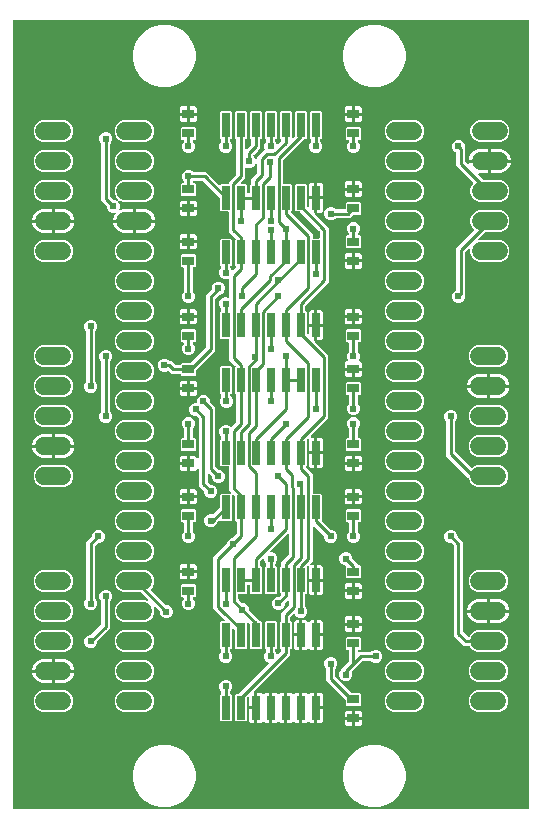
<source format=gbr>
G04 EAGLE Gerber RS-274X export*
G75*
%MOMM*%
%FSLAX34Y34*%
%LPD*%
%INTop Copper*%
%IPPOS*%
%AMOC8*
5,1,8,0,0,1.08239X$1,22.5*%
G01*
G04 Define Apertures*
%ADD10R,0.660400X2.032000*%
%ADD11C,1.524000*%
%ADD12R,0.973900X0.798700*%
%ADD13C,0.254000*%
%ADD14C,0.604000*%
G36*
X446375Y10220D02*
X446078Y10160D01*
X10922Y10160D01*
X10647Y10211D01*
X10392Y10375D01*
X10220Y10625D01*
X10160Y10922D01*
X10160Y677928D01*
X10211Y678203D01*
X10375Y678458D01*
X10625Y678630D01*
X10922Y678690D01*
X446078Y678690D01*
X446353Y678639D01*
X446608Y678475D01*
X446780Y678225D01*
X446840Y677928D01*
X446840Y10922D01*
X446789Y10647D01*
X446625Y10392D01*
X446375Y10220D01*
G37*
%LPC*%
G36*
X312752Y621284D02*
X319708Y621284D01*
X326426Y623084D01*
X332450Y626562D01*
X337368Y631480D01*
X340846Y637504D01*
X342646Y644222D01*
X342646Y651178D01*
X340846Y657896D01*
X337368Y663920D01*
X332450Y668838D01*
X326426Y672316D01*
X319708Y674116D01*
X312752Y674116D01*
X306034Y672316D01*
X300010Y668838D01*
X295092Y663920D01*
X291614Y657896D01*
X289814Y651178D01*
X289814Y644222D01*
X291614Y637504D01*
X295092Y631480D01*
X300010Y626562D01*
X306034Y623084D01*
X312752Y621284D01*
G37*
G36*
X134952Y621284D02*
X141908Y621284D01*
X148626Y623084D01*
X154650Y626562D01*
X159568Y631480D01*
X163046Y637504D01*
X164846Y644222D01*
X164846Y651178D01*
X163046Y657896D01*
X159568Y663920D01*
X154650Y668838D01*
X148626Y672316D01*
X141908Y674116D01*
X134952Y674116D01*
X128234Y672316D01*
X122210Y668838D01*
X117292Y663920D01*
X113814Y657896D01*
X112014Y651178D01*
X112014Y644222D01*
X113814Y637504D01*
X117292Y631480D01*
X122210Y626562D01*
X128234Y623084D01*
X134952Y621284D01*
G37*
G36*
X291041Y599972D02*
X297180Y599972D01*
X297180Y605236D01*
X292528Y605236D01*
X291041Y603748D01*
X291041Y599972D01*
G37*
G36*
X151341Y599972D02*
X157480Y599972D01*
X157480Y605236D01*
X152828Y605236D01*
X151341Y603748D01*
X151341Y599972D01*
G37*
G36*
X160020Y599972D02*
X166160Y599972D01*
X166160Y603748D01*
X164672Y605236D01*
X160020Y605236D01*
X160020Y599972D01*
G37*
G36*
X299720Y599972D02*
X305860Y599972D01*
X305860Y603748D01*
X304372Y605236D01*
X299720Y605236D01*
X299720Y599972D01*
G37*
G36*
X265594Y565940D02*
X267806Y565940D01*
X269850Y566786D01*
X271414Y568351D01*
X272260Y570394D01*
X272260Y572606D01*
X271414Y574650D01*
X270733Y575330D01*
X270570Y575571D01*
X270510Y575869D01*
X270510Y577411D01*
X270566Y577697D01*
X270733Y577950D01*
X271526Y578743D01*
X271526Y600325D01*
X270633Y601218D01*
X262767Y601218D01*
X261874Y600325D01*
X261874Y578743D01*
X262667Y577950D01*
X262830Y577708D01*
X262890Y577411D01*
X262890Y575869D01*
X262834Y575583D01*
X262667Y575330D01*
X261986Y574650D01*
X261140Y572606D01*
X261140Y570394D01*
X261986Y568351D01*
X263551Y566786D01*
X265594Y565940D01*
G37*
G36*
X189394Y565940D02*
X191606Y565940D01*
X193650Y566786D01*
X195214Y568351D01*
X196060Y570394D01*
X196060Y572606D01*
X195214Y574650D01*
X194533Y575330D01*
X194370Y575571D01*
X194310Y575869D01*
X194310Y577411D01*
X194366Y577697D01*
X194533Y577950D01*
X195326Y578743D01*
X195326Y600325D01*
X194433Y601218D01*
X186567Y601218D01*
X185674Y600325D01*
X185674Y578743D01*
X186467Y577950D01*
X186630Y577708D01*
X186690Y577411D01*
X186690Y575869D01*
X186634Y575583D01*
X186467Y575330D01*
X185786Y574650D01*
X184940Y572606D01*
X184940Y570394D01*
X185786Y568351D01*
X187351Y566786D01*
X189394Y565940D01*
G37*
G36*
X199267Y84582D02*
X207133Y84582D01*
X208026Y85475D01*
X208026Y103763D01*
X208082Y104049D01*
X208249Y104302D01*
X208757Y104810D01*
X208977Y104963D01*
X209272Y105033D01*
X209571Y104982D01*
X209826Y104818D01*
X209998Y104568D01*
X210058Y104271D01*
X210058Y97536D01*
X214630Y97536D01*
X214630Y108988D01*
X214490Y109013D01*
X214232Y109172D01*
X214056Y109420D01*
X213991Y109716D01*
X214047Y110014D01*
X214214Y110267D01*
X245110Y141163D01*
X245110Y145611D01*
X245166Y145897D01*
X245333Y146150D01*
X246126Y146943D01*
X246126Y168525D01*
X245333Y169318D01*
X245170Y169560D01*
X245110Y169857D01*
X245110Y172865D01*
X245166Y173151D01*
X245333Y173404D01*
X247687Y175758D01*
X247912Y175914D01*
X248208Y175981D01*
X248506Y175928D01*
X248761Y175762D01*
X248930Y175511D01*
X249286Y174651D01*
X250851Y173086D01*
X252894Y172240D01*
X255106Y172240D01*
X257150Y173086D01*
X258714Y174651D01*
X259560Y176694D01*
X259560Y178906D01*
X258714Y180950D01*
X258033Y181630D01*
X257870Y181871D01*
X257810Y182169D01*
X257810Y192093D01*
X257866Y192379D01*
X258033Y192632D01*
X258826Y193425D01*
X258826Y215022D01*
X258882Y215308D01*
X259049Y215561D01*
X259557Y216069D01*
X259777Y216222D01*
X260072Y216292D01*
X260371Y216241D01*
X260626Y216078D01*
X260798Y215827D01*
X260858Y215530D01*
X260858Y205486D01*
X265430Y205486D01*
X265430Y216916D01*
X262244Y216916D01*
X261980Y216963D01*
X261722Y217122D01*
X261547Y217370D01*
X261482Y217666D01*
X261537Y217964D01*
X261705Y218217D01*
X264160Y220672D01*
X264160Y249312D01*
X264207Y249576D01*
X264366Y249834D01*
X264614Y250009D01*
X264910Y250074D01*
X265208Y250019D01*
X265461Y249851D01*
X273617Y241695D01*
X273780Y241453D01*
X273840Y241156D01*
X273840Y240194D01*
X274686Y238151D01*
X276251Y236586D01*
X278294Y235740D01*
X280506Y235740D01*
X282550Y236586D01*
X284114Y238151D01*
X284960Y240194D01*
X284960Y242406D01*
X284114Y244450D01*
X282550Y246014D01*
X280506Y246860D01*
X279544Y246860D01*
X279258Y246916D01*
X279005Y247083D01*
X271749Y254339D01*
X271586Y254581D01*
X271526Y254878D01*
X271526Y276475D01*
X270633Y277368D01*
X264922Y277368D01*
X264647Y277419D01*
X264392Y277583D01*
X264220Y277833D01*
X264160Y278130D01*
X264160Y293678D01*
X258184Y299655D01*
X258026Y299885D01*
X257960Y300181D01*
X258016Y300479D01*
X258184Y300732D01*
X258826Y301375D01*
X258826Y322352D01*
X258882Y322638D01*
X259049Y322890D01*
X259557Y323398D01*
X259777Y323551D01*
X260072Y323621D01*
X260371Y323570D01*
X260626Y323407D01*
X260798Y323157D01*
X260858Y322860D01*
X260858Y313436D01*
X265430Y313436D01*
X265430Y324866D01*
X262864Y324866D01*
X262601Y324913D01*
X262343Y325072D01*
X262168Y325320D01*
X262103Y325616D01*
X262158Y325914D01*
X262326Y326167D01*
X277340Y341181D01*
X277340Y394798D01*
X266023Y406115D01*
X265870Y406335D01*
X265800Y406630D01*
X265826Y406781D01*
X265430Y406781D01*
X265430Y418846D01*
X260858Y418846D01*
X260858Y413120D01*
X260811Y412856D01*
X260652Y412598D01*
X260404Y412423D01*
X260108Y412358D01*
X259810Y412413D01*
X259557Y412581D01*
X259049Y413089D01*
X258886Y413331D01*
X258826Y413628D01*
X258826Y430907D01*
X258033Y431700D01*
X257870Y431942D01*
X257810Y432239D01*
X257810Y436256D01*
X257866Y436542D01*
X258033Y436795D01*
X277566Y456328D01*
X277566Y502522D01*
X266023Y514065D01*
X265870Y514285D01*
X265800Y514580D01*
X265826Y514731D01*
X265430Y514731D01*
X265430Y526796D01*
X260858Y526796D01*
X260858Y521070D01*
X260811Y520806D01*
X260652Y520548D01*
X260404Y520373D01*
X260108Y520308D01*
X259810Y520363D01*
X259557Y520531D01*
X259049Y521039D01*
X258886Y521281D01*
X258826Y521578D01*
X258826Y538857D01*
X257933Y539750D01*
X250067Y539750D01*
X249174Y538857D01*
X249174Y517275D01*
X250067Y516382D01*
X252614Y516382D01*
X252900Y516326D01*
X253153Y516159D01*
X269723Y499589D01*
X269886Y499347D01*
X269946Y499050D01*
X269946Y494030D01*
X269895Y493755D01*
X269731Y493500D01*
X269481Y493328D01*
X269184Y493268D01*
X264668Y493268D01*
X264393Y493319D01*
X264138Y493483D01*
X263966Y493733D01*
X263906Y494030D01*
X263906Y497132D01*
X245484Y515555D01*
X245326Y515785D01*
X245260Y516081D01*
X245316Y516379D01*
X245484Y516632D01*
X246126Y517275D01*
X246126Y538857D01*
X245233Y539750D01*
X239776Y539750D01*
X239501Y539801D01*
X239246Y539965D01*
X239074Y540215D01*
X239014Y540512D01*
X239014Y559367D01*
X239070Y559653D01*
X239237Y559906D01*
X256958Y577627D01*
X257200Y577790D01*
X257497Y577850D01*
X257933Y577850D01*
X258826Y578743D01*
X258826Y600325D01*
X257933Y601218D01*
X250067Y601218D01*
X249174Y600325D01*
X249174Y580934D01*
X249118Y580648D01*
X248951Y580396D01*
X247427Y578872D01*
X247207Y578719D01*
X246912Y578649D01*
X246613Y578700D01*
X246358Y578863D01*
X246186Y579113D01*
X246126Y579410D01*
X246126Y600325D01*
X245233Y601218D01*
X237367Y601218D01*
X236474Y600325D01*
X236474Y578743D01*
X237267Y577950D01*
X237430Y577708D01*
X237490Y577411D01*
X237490Y576435D01*
X237434Y576149D01*
X237267Y575896D01*
X234913Y573542D01*
X234688Y573386D01*
X234392Y573319D01*
X234094Y573372D01*
X233839Y573538D01*
X233670Y573789D01*
X233314Y574650D01*
X232633Y575330D01*
X232470Y575571D01*
X232410Y575869D01*
X232410Y577411D01*
X232466Y577697D01*
X232633Y577950D01*
X233426Y578743D01*
X233426Y600325D01*
X232533Y601218D01*
X224667Y601218D01*
X223774Y600325D01*
X223774Y578743D01*
X224567Y577950D01*
X224730Y577708D01*
X224790Y577411D01*
X224790Y575869D01*
X224734Y575583D01*
X224567Y575330D01*
X223886Y574650D01*
X223040Y572606D01*
X223040Y570394D01*
X223528Y569215D01*
X223586Y568935D01*
X223531Y568637D01*
X223363Y568385D01*
X217226Y562247D01*
X217226Y549341D01*
X217170Y549055D01*
X217003Y548802D01*
X212090Y543889D01*
X212090Y540189D01*
X212034Y539903D01*
X211867Y539650D01*
X211074Y538857D01*
X211074Y532638D01*
X211023Y532363D01*
X210859Y532108D01*
X210609Y531936D01*
X210312Y531876D01*
X208788Y531876D01*
X208513Y531927D01*
X208258Y532091D01*
X208086Y532341D01*
X208026Y532638D01*
X208026Y538857D01*
X207133Y539750D01*
X204078Y539750D01*
X203814Y539797D01*
X203556Y539956D01*
X203381Y540204D01*
X203316Y540500D01*
X203371Y540798D01*
X203539Y541051D01*
X207010Y544522D01*
X207010Y552892D01*
X207059Y553161D01*
X207220Y553418D01*
X207469Y553592D01*
X207766Y553654D01*
X208064Y553596D01*
X208924Y553240D01*
X211136Y553240D01*
X213180Y554086D01*
X214744Y555651D01*
X215590Y557694D01*
X215590Y559906D01*
X214744Y561950D01*
X214063Y562630D01*
X213900Y562871D01*
X213840Y563169D01*
X213840Y563736D01*
X213896Y564022D01*
X214063Y564275D01*
X217254Y567466D01*
X217257Y567468D01*
X219710Y569921D01*
X219710Y577411D01*
X219766Y577697D01*
X219933Y577950D01*
X220726Y578743D01*
X220726Y600325D01*
X219833Y601218D01*
X211967Y601218D01*
X211074Y600325D01*
X211074Y578743D01*
X211867Y577950D01*
X212030Y577708D01*
X212090Y577411D01*
X212090Y573394D01*
X212034Y573108D01*
X211867Y572855D01*
X208311Y569299D01*
X208091Y569146D01*
X207796Y569076D01*
X207497Y569127D01*
X207242Y569290D01*
X207070Y569541D01*
X207010Y569838D01*
X207010Y577411D01*
X207066Y577697D01*
X207233Y577950D01*
X208026Y578743D01*
X208026Y600325D01*
X207133Y601218D01*
X199267Y601218D01*
X198374Y600325D01*
X198374Y578743D01*
X199167Y577950D01*
X199330Y577708D01*
X199390Y577411D01*
X199390Y547994D01*
X199334Y547708D01*
X199167Y547455D01*
X193040Y541328D01*
X193040Y540512D01*
X192989Y540237D01*
X192825Y539982D01*
X192575Y539810D01*
X192278Y539750D01*
X186567Y539750D01*
X185924Y539108D01*
X185694Y538950D01*
X185398Y538884D01*
X185099Y538940D01*
X184847Y539108D01*
X174044Y549910D01*
X163119Y549910D01*
X162833Y549966D01*
X162580Y550133D01*
X161900Y550814D01*
X159856Y551660D01*
X157644Y551660D01*
X155601Y550814D01*
X154036Y549250D01*
X153190Y547206D01*
X153190Y544994D01*
X154036Y542951D01*
X154717Y542270D01*
X154880Y542029D01*
X154940Y541731D01*
X154940Y541482D01*
X154889Y541207D01*
X154725Y540951D01*
X154475Y540780D01*
X154178Y540720D01*
X153249Y540720D01*
X152357Y539827D01*
X152357Y530577D01*
X153249Y529685D01*
X164251Y529685D01*
X165144Y530577D01*
X165144Y539827D01*
X164251Y540720D01*
X163322Y540720D01*
X163047Y540771D01*
X162792Y540934D01*
X162620Y541184D01*
X162560Y541482D01*
X162560Y541528D01*
X162611Y541803D01*
X162775Y542058D01*
X163025Y542230D01*
X163322Y542290D01*
X170572Y542290D01*
X170858Y542234D01*
X171111Y542067D01*
X185451Y527727D01*
X185614Y527485D01*
X185674Y527188D01*
X185674Y517275D01*
X186567Y516382D01*
X192278Y516382D01*
X192553Y516331D01*
X192808Y516167D01*
X192980Y515917D01*
X193040Y515620D01*
X193040Y499056D01*
X198508Y493587D01*
X198666Y493357D01*
X198732Y493061D01*
X198676Y492763D01*
X198508Y492510D01*
X198374Y492375D01*
X198374Y470793D01*
X199167Y470000D01*
X199330Y469758D01*
X199390Y469461D01*
X199390Y469445D01*
X199334Y469159D01*
X199167Y468906D01*
X196707Y466446D01*
X196482Y466290D01*
X196186Y466223D01*
X195888Y466276D01*
X195634Y466442D01*
X195464Y466693D01*
X195108Y467554D01*
X194533Y468128D01*
X194370Y468370D01*
X194310Y468667D01*
X194310Y469461D01*
X194366Y469747D01*
X194533Y470000D01*
X195326Y470793D01*
X195326Y492375D01*
X194433Y493268D01*
X186567Y493268D01*
X185674Y492375D01*
X185674Y470793D01*
X186467Y470000D01*
X186630Y469758D01*
X186690Y469461D01*
X186690Y468879D01*
X186634Y468593D01*
X186467Y468340D01*
X185681Y467554D01*
X184834Y465510D01*
X184834Y463298D01*
X185681Y461255D01*
X187245Y459691D01*
X189288Y458844D01*
X191500Y458844D01*
X192466Y459244D01*
X192734Y459302D01*
X193033Y459251D01*
X193288Y459088D01*
X193460Y458838D01*
X193520Y458540D01*
X193520Y444058D01*
X193471Y443789D01*
X193310Y443532D01*
X193061Y443358D01*
X192764Y443296D01*
X192466Y443354D01*
X191606Y443710D01*
X189394Y443710D01*
X187351Y442864D01*
X185786Y441300D01*
X184940Y439256D01*
X184940Y437044D01*
X185786Y435001D01*
X186467Y434320D01*
X186630Y434079D01*
X186690Y433781D01*
X186690Y432239D01*
X186634Y431953D01*
X186467Y431700D01*
X185674Y430907D01*
X185674Y409325D01*
X186567Y408432D01*
X192532Y408432D01*
X192807Y408381D01*
X193062Y408217D01*
X193234Y407967D01*
X193294Y407670D01*
X193294Y390852D01*
X198508Y385637D01*
X198666Y385407D01*
X198732Y385111D01*
X198676Y384813D01*
X198508Y384560D01*
X198374Y384425D01*
X198374Y362843D01*
X199167Y362050D01*
X199330Y361808D01*
X199390Y361511D01*
X199390Y338444D01*
X199334Y338158D01*
X199167Y337905D01*
X195451Y334189D01*
X195221Y334031D01*
X194925Y333966D01*
X194626Y334022D01*
X194374Y334189D01*
X193650Y334914D01*
X191606Y335760D01*
X189394Y335760D01*
X187351Y334914D01*
X185786Y333350D01*
X184940Y331306D01*
X184940Y329094D01*
X185786Y327051D01*
X186467Y326370D01*
X186630Y326129D01*
X186690Y325831D01*
X186690Y324289D01*
X186634Y324003D01*
X186467Y323750D01*
X185674Y322957D01*
X185674Y301375D01*
X186567Y300482D01*
X192532Y300482D01*
X192807Y300431D01*
X193062Y300267D01*
X193234Y300017D01*
X193294Y299720D01*
X193294Y280221D01*
X194846Y278669D01*
X194999Y278449D01*
X195069Y278154D01*
X195018Y277855D01*
X194854Y277600D01*
X194604Y277428D01*
X194307Y277368D01*
X186567Y277368D01*
X185674Y276475D01*
X185674Y266562D01*
X185618Y266276D01*
X185451Y266023D01*
X179663Y260235D01*
X179427Y260075D01*
X179131Y260012D01*
X178988Y260040D01*
X176694Y260040D01*
X174651Y259194D01*
X173086Y257630D01*
X172240Y255586D01*
X172240Y253374D01*
X173086Y251331D01*
X174651Y249766D01*
X176694Y248920D01*
X178906Y248920D01*
X180950Y249766D01*
X182514Y251331D01*
X183148Y252862D01*
X183313Y253109D01*
X184847Y254642D01*
X185077Y254800D01*
X185373Y254866D01*
X185671Y254810D01*
X185924Y254642D01*
X186567Y254000D01*
X194433Y254000D01*
X195326Y254893D01*
X195326Y276349D01*
X195373Y276612D01*
X195532Y276870D01*
X195780Y277046D01*
X196076Y277111D01*
X196374Y277055D01*
X196627Y276888D01*
X198151Y275364D01*
X198314Y275122D01*
X198374Y274825D01*
X198374Y254893D01*
X199303Y253964D01*
X199383Y253949D01*
X199638Y253785D01*
X199810Y253535D01*
X199870Y253238D01*
X199870Y243674D01*
X199814Y243388D01*
X199647Y243135D01*
X196765Y240253D01*
X196523Y240090D01*
X196226Y240030D01*
X195744Y240030D01*
X193701Y239184D01*
X192136Y237620D01*
X191290Y235576D01*
X191290Y235094D01*
X191234Y234808D01*
X191067Y234555D01*
X179860Y223348D01*
X179860Y179743D01*
X186093Y173510D01*
X186434Y173510D01*
X186720Y173454D01*
X186972Y173287D01*
X189540Y170719D01*
X189693Y170499D01*
X189763Y170204D01*
X189712Y169905D01*
X189549Y169650D01*
X189299Y169478D01*
X189002Y169418D01*
X186567Y169418D01*
X185674Y168525D01*
X185674Y146943D01*
X186467Y146150D01*
X186630Y145908D01*
X186690Y145611D01*
X186690Y144069D01*
X186634Y143783D01*
X186467Y143530D01*
X185786Y142850D01*
X184940Y140806D01*
X184940Y138594D01*
X185786Y136551D01*
X187351Y134986D01*
X189394Y134140D01*
X191606Y134140D01*
X193650Y134986D01*
X195214Y136551D01*
X196060Y138594D01*
X196060Y140806D01*
X195214Y142850D01*
X194533Y143530D01*
X194370Y143771D01*
X194310Y144069D01*
X194310Y145611D01*
X194366Y145897D01*
X194533Y146150D01*
X195326Y146943D01*
X195326Y163094D01*
X195373Y163357D01*
X195532Y163615D01*
X195780Y163790D01*
X196076Y163855D01*
X196374Y163800D01*
X196627Y163632D01*
X198151Y162108D01*
X198314Y161867D01*
X198374Y161570D01*
X198374Y146943D01*
X199267Y146050D01*
X207133Y146050D01*
X208026Y146943D01*
X208026Y168399D01*
X208073Y168662D01*
X208232Y168920D01*
X208480Y169096D01*
X208776Y169161D01*
X209074Y169105D01*
X209327Y168938D01*
X210851Y167414D01*
X211014Y167172D01*
X211074Y166875D01*
X211074Y146943D01*
X211967Y146050D01*
X219833Y146050D01*
X220726Y146943D01*
X220726Y168525D01*
X219808Y169443D01*
X219653Y169474D01*
X219400Y169641D01*
X210310Y178731D01*
X210147Y178973D01*
X210086Y179270D01*
X210086Y180232D01*
X209240Y182276D01*
X207676Y183840D01*
X205632Y184686D01*
X204670Y184686D01*
X204384Y184742D01*
X204131Y184910D01*
X201363Y187678D01*
X201200Y187919D01*
X201140Y188216D01*
X201140Y188557D01*
X201137Y188560D01*
X200974Y188802D01*
X200914Y189099D01*
X200914Y191770D01*
X200965Y192045D01*
X201129Y192300D01*
X201379Y192472D01*
X201676Y192532D01*
X207133Y192532D01*
X208026Y193425D01*
X208026Y199644D01*
X208077Y199919D01*
X208241Y200174D01*
X208491Y200346D01*
X208788Y200406D01*
X210312Y200406D01*
X210587Y200355D01*
X210842Y200191D01*
X211014Y199941D01*
X211074Y199644D01*
X211074Y193425D01*
X211967Y192532D01*
X219833Y192532D01*
X220726Y193425D01*
X220726Y215007D01*
X219933Y215800D01*
X219770Y216042D01*
X219710Y216339D01*
X219710Y220356D01*
X219766Y220642D01*
X219933Y220895D01*
X221739Y222701D01*
X221959Y222854D01*
X222254Y222924D01*
X222553Y222873D01*
X222808Y222710D01*
X222980Y222459D01*
X223040Y222162D01*
X223040Y221144D01*
X223886Y219101D01*
X224567Y218420D01*
X224730Y218179D01*
X224790Y217881D01*
X224790Y216339D01*
X224734Y216053D01*
X224567Y215800D01*
X223774Y215007D01*
X223774Y193425D01*
X224667Y192532D01*
X232533Y192532D01*
X233426Y193425D01*
X233426Y215007D01*
X232633Y215800D01*
X232470Y216042D01*
X232410Y216339D01*
X232410Y217881D01*
X232466Y218167D01*
X232633Y218420D01*
X233314Y219101D01*
X234160Y221144D01*
X234160Y223356D01*
X233314Y225400D01*
X231750Y226964D01*
X229706Y227810D01*
X228688Y227810D01*
X228424Y227857D01*
X228166Y228016D01*
X227991Y228264D01*
X227926Y228560D01*
X227981Y228858D01*
X228149Y229111D01*
X242285Y243247D01*
X242505Y243400D01*
X242800Y243470D01*
X243099Y243419D01*
X243354Y243256D01*
X243526Y243005D01*
X243586Y242708D01*
X243586Y225558D01*
X243530Y225272D01*
X243363Y225019D01*
X237490Y219147D01*
X237490Y216339D01*
X237434Y216053D01*
X237267Y215800D01*
X236474Y215007D01*
X236474Y193425D01*
X236982Y192916D01*
X237140Y192686D01*
X237205Y192390D01*
X237150Y192092D01*
X236982Y191839D01*
X235345Y190201D01*
X235103Y190039D01*
X234806Y189978D01*
X233844Y189978D01*
X231801Y189132D01*
X230236Y187568D01*
X229390Y185524D01*
X229390Y183312D01*
X230236Y181269D01*
X231801Y179705D01*
X233844Y178858D01*
X236056Y178858D01*
X238100Y179705D01*
X239664Y181269D01*
X240510Y183312D01*
X240510Y184274D01*
X240566Y184560D01*
X240733Y184813D01*
X242793Y186873D01*
X243013Y187026D01*
X243308Y187096D01*
X243607Y187045D01*
X243862Y186882D01*
X244034Y186632D01*
X244094Y186334D01*
X244094Y183257D01*
X244038Y182971D01*
X243871Y182718D01*
X237490Y176337D01*
X237490Y169857D01*
X237434Y169571D01*
X237267Y169318D01*
X236474Y168525D01*
X236474Y146943D01*
X237267Y146150D01*
X237430Y145908D01*
X237490Y145611D01*
X237490Y144635D01*
X237434Y144349D01*
X237267Y144096D01*
X234913Y141742D01*
X234688Y141586D01*
X234392Y141519D01*
X234094Y141572D01*
X233839Y141738D01*
X233670Y141989D01*
X233314Y142850D01*
X232633Y143530D01*
X232470Y143771D01*
X232410Y144069D01*
X232410Y145611D01*
X232466Y145897D01*
X232633Y146150D01*
X233426Y146943D01*
X233426Y168525D01*
X232533Y169418D01*
X224667Y169418D01*
X223774Y168525D01*
X223774Y146943D01*
X224567Y146150D01*
X224730Y145908D01*
X224790Y145611D01*
X224790Y144069D01*
X224734Y143783D01*
X224567Y143530D01*
X223886Y142850D01*
X223040Y140806D01*
X223040Y138594D01*
X223886Y136551D01*
X225451Y134986D01*
X226311Y134630D01*
X226541Y134482D01*
X226716Y134234D01*
X226781Y133938D01*
X226726Y133640D01*
X226558Y133387D01*
X201344Y108173D01*
X201103Y108010D01*
X200805Y107950D01*
X199267Y107950D01*
X198374Y107057D01*
X198374Y85475D01*
X199267Y84582D01*
G37*
G36*
X292528Y592169D02*
X297180Y592169D01*
X297180Y597432D01*
X291041Y597432D01*
X291041Y593656D01*
X292528Y592169D01*
G37*
G36*
X160020Y592169D02*
X164672Y592169D01*
X166160Y593656D01*
X166160Y597432D01*
X160020Y597432D01*
X160020Y592169D01*
G37*
G36*
X152828Y592169D02*
X157480Y592169D01*
X157480Y597432D01*
X151341Y597432D01*
X151341Y593656D01*
X152828Y592169D01*
G37*
G36*
X299720Y592169D02*
X304372Y592169D01*
X305860Y593656D01*
X305860Y597432D01*
X299720Y597432D01*
X299720Y592169D01*
G37*
G36*
X103591Y575056D02*
X122469Y575056D01*
X125830Y576448D01*
X128402Y579020D01*
X129794Y582381D01*
X129794Y586019D01*
X128402Y589380D01*
X125830Y591952D01*
X122469Y593344D01*
X103591Y593344D01*
X100230Y591952D01*
X97658Y589380D01*
X96266Y586019D01*
X96266Y582381D01*
X97658Y579020D01*
X100230Y576448D01*
X103591Y575056D01*
G37*
G36*
X332191Y575056D02*
X351069Y575056D01*
X354430Y576448D01*
X357002Y579020D01*
X358394Y582381D01*
X358394Y586019D01*
X357002Y589380D01*
X354430Y591952D01*
X351069Y593344D01*
X332191Y593344D01*
X328830Y591952D01*
X326258Y589380D01*
X324866Y586019D01*
X324866Y582381D01*
X326258Y579020D01*
X328830Y576448D01*
X332191Y575056D01*
G37*
G36*
X404381Y575056D02*
X423259Y575056D01*
X426620Y576448D01*
X429192Y579020D01*
X430584Y582381D01*
X430584Y586019D01*
X429192Y589380D01*
X426620Y591952D01*
X423259Y593344D01*
X404381Y593344D01*
X401020Y591952D01*
X398448Y589380D01*
X397056Y586019D01*
X397056Y582381D01*
X398448Y579020D01*
X401020Y576448D01*
X404381Y575056D01*
G37*
G36*
X35011Y575056D02*
X53889Y575056D01*
X57250Y576448D01*
X59822Y579020D01*
X61214Y582381D01*
X61214Y586019D01*
X59822Y589380D01*
X57250Y591952D01*
X53889Y593344D01*
X35011Y593344D01*
X31650Y591952D01*
X29078Y589380D01*
X27686Y586019D01*
X27686Y582381D01*
X29078Y579020D01*
X31650Y576448D01*
X35011Y575056D01*
G37*
G36*
X297344Y565940D02*
X299556Y565940D01*
X301600Y566786D01*
X303164Y568351D01*
X304010Y570394D01*
X304010Y572606D01*
X303164Y574650D01*
X302483Y575330D01*
X302320Y575571D01*
X302260Y575869D01*
X302260Y576119D01*
X302311Y576393D01*
X302475Y576649D01*
X302725Y576820D01*
X303022Y576881D01*
X303951Y576881D01*
X304844Y577773D01*
X304844Y587023D01*
X303951Y587916D01*
X292949Y587916D01*
X292057Y587023D01*
X292057Y577773D01*
X292949Y576881D01*
X293878Y576881D01*
X294153Y576829D01*
X294408Y576666D01*
X294580Y576416D01*
X294640Y576119D01*
X294640Y575869D01*
X294584Y575583D01*
X294417Y575330D01*
X293736Y574650D01*
X292890Y572606D01*
X292890Y570394D01*
X293736Y568351D01*
X295301Y566786D01*
X297344Y565940D01*
G37*
G36*
X157644Y565940D02*
X159856Y565940D01*
X161900Y566786D01*
X163464Y568351D01*
X164310Y570394D01*
X164310Y572606D01*
X163464Y574650D01*
X162783Y575330D01*
X162620Y575571D01*
X162560Y575869D01*
X162560Y576119D01*
X162611Y576393D01*
X162775Y576649D01*
X163025Y576820D01*
X163322Y576881D01*
X164251Y576881D01*
X165144Y577773D01*
X165144Y587023D01*
X164251Y587916D01*
X153249Y587916D01*
X152357Y587023D01*
X152357Y577773D01*
X153249Y576881D01*
X154178Y576881D01*
X154453Y576829D01*
X154708Y576666D01*
X154880Y576416D01*
X154940Y576119D01*
X154940Y575869D01*
X154884Y575583D01*
X154717Y575330D01*
X154036Y574650D01*
X153190Y572606D01*
X153190Y570394D01*
X154036Y568351D01*
X155601Y566786D01*
X157644Y565940D01*
G37*
G36*
X95250Y509270D02*
X111760Y509270D01*
X111760Y518160D01*
X103389Y518160D01*
X101258Y517277D01*
X100997Y517220D01*
X100698Y517269D01*
X100441Y517430D01*
X100268Y517679D01*
X100205Y517975D01*
X100263Y518273D01*
X100810Y519594D01*
X100810Y521806D01*
X99964Y523850D01*
X99413Y524400D01*
X99263Y524614D01*
X99191Y524908D01*
X99239Y525208D01*
X99401Y525464D01*
X99649Y525638D01*
X99946Y525701D01*
X100244Y525643D01*
X103591Y524256D01*
X122469Y524256D01*
X125830Y525648D01*
X128402Y528220D01*
X129794Y531581D01*
X129794Y535219D01*
X128402Y538580D01*
X125830Y541152D01*
X122469Y542544D01*
X103591Y542544D01*
X100230Y541152D01*
X97658Y538580D01*
X96266Y535219D01*
X96266Y531581D01*
X97658Y528220D01*
X99217Y526662D01*
X99367Y526448D01*
X99439Y526153D01*
X99391Y525854D01*
X99229Y525597D01*
X98980Y525424D01*
X98684Y525361D01*
X98386Y525419D01*
X96356Y526260D01*
X95394Y526260D01*
X95108Y526316D01*
X94855Y526483D01*
X92933Y528405D01*
X92770Y528647D01*
X92710Y528944D01*
X92710Y573481D01*
X92766Y573767D01*
X92933Y574020D01*
X93614Y574701D01*
X94460Y576744D01*
X94460Y578956D01*
X93614Y581000D01*
X92050Y582564D01*
X90006Y583410D01*
X87794Y583410D01*
X85751Y582564D01*
X84186Y581000D01*
X83340Y578956D01*
X83340Y576744D01*
X84186Y574701D01*
X84867Y574020D01*
X85030Y573779D01*
X85090Y573481D01*
X85090Y525472D01*
X89467Y521095D01*
X89630Y520853D01*
X89690Y520556D01*
X89690Y519594D01*
X90536Y517551D01*
X92101Y515986D01*
X94144Y515140D01*
X96342Y515140D01*
X96605Y515093D01*
X96863Y514934D01*
X97039Y514686D01*
X97104Y514390D01*
X97048Y514092D01*
X96881Y513839D01*
X96797Y513755D01*
X95250Y510021D01*
X95250Y509270D01*
G37*
G36*
X404381Y524256D02*
X423259Y524256D01*
X426620Y525648D01*
X429192Y528220D01*
X430584Y531581D01*
X430584Y535219D01*
X429192Y538580D01*
X426620Y541152D01*
X423259Y542544D01*
X409310Y542544D01*
X409024Y542600D01*
X408771Y542767D01*
X404199Y547339D01*
X404046Y547559D01*
X403976Y547854D01*
X404027Y548153D01*
X404190Y548408D01*
X404441Y548580D01*
X404738Y548640D01*
X412550Y548640D01*
X412550Y557530D01*
X396040Y557530D01*
X396040Y557338D01*
X395993Y557074D01*
X395834Y556816D01*
X395586Y556641D01*
X395290Y556576D01*
X394992Y556631D01*
X394739Y556799D01*
X393469Y558069D01*
X393306Y558311D01*
X393246Y558608D01*
X393246Y570992D01*
X393133Y571105D01*
X392970Y571347D01*
X392910Y571644D01*
X392910Y572606D01*
X392064Y574650D01*
X390500Y576214D01*
X388456Y577060D01*
X386244Y577060D01*
X384201Y576214D01*
X382636Y574650D01*
X381790Y572606D01*
X381790Y570394D01*
X382636Y568351D01*
X384201Y566786D01*
X385156Y566391D01*
X385394Y566234D01*
X385566Y565984D01*
X385626Y565687D01*
X385626Y555136D01*
X399776Y540986D01*
X399934Y540755D01*
X399999Y540459D01*
X399944Y540161D01*
X399776Y539908D01*
X398448Y538580D01*
X397056Y535219D01*
X397056Y531581D01*
X398448Y528220D01*
X401020Y525648D01*
X404381Y524256D01*
G37*
G36*
X396040Y560070D02*
X412550Y560070D01*
X412550Y568960D01*
X404179Y568960D01*
X400445Y567413D01*
X397587Y564555D01*
X396040Y560821D01*
X396040Y560070D01*
G37*
G36*
X415090Y560070D02*
X431600Y560070D01*
X431600Y560821D01*
X430053Y564555D01*
X427195Y567413D01*
X423461Y568960D01*
X415090Y568960D01*
X415090Y560070D01*
G37*
G36*
X103591Y549656D02*
X122469Y549656D01*
X125830Y551048D01*
X128402Y553620D01*
X129794Y556981D01*
X129794Y560619D01*
X128402Y563980D01*
X125830Y566552D01*
X122469Y567944D01*
X103591Y567944D01*
X100230Y566552D01*
X97658Y563980D01*
X96266Y560619D01*
X96266Y556981D01*
X97658Y553620D01*
X100230Y551048D01*
X103591Y549656D01*
G37*
G36*
X332191Y549656D02*
X351069Y549656D01*
X354430Y551048D01*
X357002Y553620D01*
X358394Y556981D01*
X358394Y560619D01*
X357002Y563980D01*
X354430Y566552D01*
X351069Y567944D01*
X332191Y567944D01*
X328830Y566552D01*
X326258Y563980D01*
X324866Y560619D01*
X324866Y556981D01*
X326258Y553620D01*
X328830Y551048D01*
X332191Y549656D01*
G37*
G36*
X35011Y549656D02*
X53889Y549656D01*
X57250Y551048D01*
X59822Y553620D01*
X61214Y556981D01*
X61214Y560619D01*
X59822Y563980D01*
X57250Y566552D01*
X53889Y567944D01*
X35011Y567944D01*
X31650Y566552D01*
X29078Y563980D01*
X27686Y560619D01*
X27686Y556981D01*
X29078Y553620D01*
X31650Y551048D01*
X35011Y549656D01*
G37*
G36*
X415090Y548640D02*
X423461Y548640D01*
X427195Y550187D01*
X430053Y553045D01*
X431600Y556779D01*
X431600Y557530D01*
X415090Y557530D01*
X415090Y548640D01*
G37*
G36*
X35011Y524256D02*
X53889Y524256D01*
X57250Y525648D01*
X59822Y528220D01*
X61214Y531581D01*
X61214Y535219D01*
X59822Y538580D01*
X57250Y541152D01*
X53889Y542544D01*
X35011Y542544D01*
X31650Y541152D01*
X29078Y538580D01*
X27686Y535219D01*
X27686Y531581D01*
X29078Y528220D01*
X31650Y525648D01*
X35011Y524256D01*
G37*
G36*
X332191Y524256D02*
X351069Y524256D01*
X354430Y525648D01*
X357002Y528220D01*
X358394Y531581D01*
X358394Y535219D01*
X357002Y538580D01*
X354430Y541152D01*
X351069Y542544D01*
X332191Y542544D01*
X328830Y541152D01*
X326258Y538580D01*
X324866Y535219D01*
X324866Y531581D01*
X326258Y528220D01*
X328830Y525648D01*
X332191Y524256D01*
G37*
G36*
X291041Y536472D02*
X297180Y536472D01*
X297180Y541736D01*
X292528Y541736D01*
X291041Y540248D01*
X291041Y536472D01*
G37*
G36*
X299720Y536472D02*
X305860Y536472D01*
X305860Y540248D01*
X304372Y541736D01*
X299720Y541736D01*
X299720Y536472D01*
G37*
G36*
X267970Y529336D02*
X272542Y529336D01*
X272542Y539278D01*
X271054Y540766D01*
X267970Y540766D01*
X267970Y529336D01*
G37*
G36*
X260858Y529336D02*
X265430Y529336D01*
X265430Y540766D01*
X262346Y540766D01*
X260858Y539278D01*
X260858Y529336D01*
G37*
G36*
X299720Y528669D02*
X304372Y528669D01*
X305860Y530156D01*
X305860Y533932D01*
X299720Y533932D01*
X299720Y528669D01*
G37*
G36*
X292528Y528669D02*
X297180Y528669D01*
X297180Y533932D01*
X291041Y533932D01*
X291041Y530156D01*
X292528Y528669D01*
G37*
G36*
X267970Y515366D02*
X271054Y515366D01*
X272542Y516854D01*
X272542Y526796D01*
X267970Y526796D01*
X267970Y515366D01*
G37*
G36*
X151341Y520168D02*
X157480Y520168D01*
X157480Y525432D01*
X152828Y525432D01*
X151341Y523944D01*
X151341Y520168D01*
G37*
G36*
X160020Y520168D02*
X166160Y520168D01*
X166160Y523944D01*
X164672Y525432D01*
X160020Y525432D01*
X160020Y520168D01*
G37*
G36*
X278294Y508790D02*
X280506Y508790D01*
X282550Y509636D01*
X283230Y510317D01*
X283471Y510480D01*
X283769Y510540D01*
X295480Y510540D01*
X298097Y513157D01*
X298339Y513320D01*
X298636Y513381D01*
X303951Y513381D01*
X304844Y514273D01*
X304844Y523523D01*
X303951Y524416D01*
X292949Y524416D01*
X292057Y523523D01*
X292057Y518922D01*
X292005Y518647D01*
X291842Y518392D01*
X291592Y518220D01*
X291295Y518160D01*
X283769Y518160D01*
X283483Y518216D01*
X283230Y518383D01*
X282550Y519064D01*
X280506Y519910D01*
X278294Y519910D01*
X276251Y519064D01*
X274686Y517500D01*
X273840Y515456D01*
X273840Y513244D01*
X274686Y511201D01*
X276251Y509636D01*
X278294Y508790D01*
G37*
G36*
X114300Y509270D02*
X130810Y509270D01*
X130810Y510021D01*
X129263Y513755D01*
X126405Y516613D01*
X122671Y518160D01*
X114300Y518160D01*
X114300Y509270D01*
G37*
G36*
X45720Y509270D02*
X62230Y509270D01*
X62230Y510021D01*
X60683Y513755D01*
X57825Y516613D01*
X54091Y518160D01*
X45720Y518160D01*
X45720Y509270D01*
G37*
G36*
X26670Y509270D02*
X43180Y509270D01*
X43180Y518160D01*
X34809Y518160D01*
X31075Y516613D01*
X28217Y513755D01*
X26670Y510021D01*
X26670Y509270D01*
G37*
G36*
X152828Y512365D02*
X157480Y512365D01*
X157480Y517628D01*
X151341Y517628D01*
X151341Y513852D01*
X152828Y512365D01*
G37*
G36*
X160020Y512365D02*
X164672Y512365D01*
X166160Y513852D01*
X166160Y517628D01*
X160020Y517628D01*
X160020Y512365D01*
G37*
G36*
X386244Y438940D02*
X388456Y438940D01*
X390500Y439786D01*
X392064Y441351D01*
X392910Y443394D01*
X392910Y444356D01*
X392966Y444642D01*
X393133Y444895D01*
X393246Y445008D01*
X393246Y481722D01*
X393302Y482008D01*
X393469Y482261D01*
X395755Y484547D01*
X395975Y484700D01*
X396270Y484770D01*
X396569Y484719D01*
X396824Y484556D01*
X396996Y484305D01*
X397056Y484008D01*
X397056Y480781D01*
X398448Y477420D01*
X401020Y474848D01*
X404381Y473456D01*
X423259Y473456D01*
X426620Y474848D01*
X429192Y477420D01*
X430584Y480781D01*
X430584Y484419D01*
X429192Y487780D01*
X426620Y490352D01*
X423259Y491744D01*
X404792Y491744D01*
X404528Y491791D01*
X404270Y491950D01*
X404095Y492198D01*
X404030Y492494D01*
X404085Y492792D01*
X404253Y493045D01*
X409841Y498633D01*
X410083Y498796D01*
X410380Y498856D01*
X423259Y498856D01*
X426620Y500248D01*
X429192Y502820D01*
X430584Y506181D01*
X430584Y509819D01*
X429192Y513180D01*
X426620Y515752D01*
X423259Y517144D01*
X404381Y517144D01*
X401020Y515752D01*
X398448Y513180D01*
X397056Y509819D01*
X397056Y506181D01*
X398448Y502820D01*
X400311Y500957D01*
X400469Y500727D01*
X400534Y500430D01*
X400479Y500132D01*
X400311Y499879D01*
X385626Y485194D01*
X385626Y450313D01*
X385573Y450033D01*
X385407Y449779D01*
X385156Y449609D01*
X384201Y449214D01*
X382636Y447650D01*
X381790Y445606D01*
X381790Y443394D01*
X382636Y441351D01*
X384201Y439786D01*
X386244Y438940D01*
G37*
G36*
X332191Y498856D02*
X351069Y498856D01*
X354430Y500248D01*
X357002Y502820D01*
X358394Y506181D01*
X358394Y509819D01*
X357002Y513180D01*
X354430Y515752D01*
X351069Y517144D01*
X332191Y517144D01*
X328830Y515752D01*
X326258Y513180D01*
X324866Y509819D01*
X324866Y506181D01*
X326258Y502820D01*
X328830Y500248D01*
X332191Y498856D01*
G37*
G36*
X292949Y485235D02*
X303951Y485235D01*
X304844Y486127D01*
X304844Y495377D01*
X303951Y496270D01*
X303022Y496270D01*
X302747Y496321D01*
X302492Y496484D01*
X302320Y496734D01*
X302260Y497032D01*
X302260Y497281D01*
X302316Y497567D01*
X302483Y497820D01*
X303164Y498501D01*
X304010Y500544D01*
X304010Y502756D01*
X303164Y504800D01*
X301600Y506364D01*
X299556Y507210D01*
X297344Y507210D01*
X295301Y506364D01*
X293736Y504800D01*
X292890Y502756D01*
X292890Y500544D01*
X293736Y498501D01*
X294417Y497820D01*
X294580Y497579D01*
X294640Y497281D01*
X294640Y497032D01*
X294589Y496757D01*
X294425Y496501D01*
X294175Y496330D01*
X293878Y496270D01*
X292949Y496270D01*
X292057Y495377D01*
X292057Y486127D01*
X292949Y485235D01*
G37*
G36*
X103389Y497840D02*
X111760Y497840D01*
X111760Y506730D01*
X95250Y506730D01*
X95250Y505979D01*
X96797Y502245D01*
X99655Y499387D01*
X103389Y497840D01*
G37*
G36*
X114300Y497840D02*
X122671Y497840D01*
X126405Y499387D01*
X129263Y502245D01*
X130810Y505979D01*
X130810Y506730D01*
X114300Y506730D01*
X114300Y497840D01*
G37*
G36*
X34809Y497840D02*
X43180Y497840D01*
X43180Y506730D01*
X26670Y506730D01*
X26670Y505979D01*
X28217Y502245D01*
X31075Y499387D01*
X34809Y497840D01*
G37*
G36*
X45720Y497840D02*
X54091Y497840D01*
X57825Y499387D01*
X60683Y502245D01*
X62230Y505979D01*
X62230Y506730D01*
X45720Y506730D01*
X45720Y497840D01*
G37*
G36*
X151341Y492022D02*
X157480Y492022D01*
X157480Y497286D01*
X152828Y497286D01*
X151341Y495798D01*
X151341Y492022D01*
G37*
G36*
X160020Y492022D02*
X166160Y492022D01*
X166160Y495798D01*
X164672Y497286D01*
X160020Y497286D01*
X160020Y492022D01*
G37*
G36*
X332191Y473456D02*
X351069Y473456D01*
X354430Y474848D01*
X357002Y477420D01*
X358394Y480781D01*
X358394Y484419D01*
X357002Y487780D01*
X354430Y490352D01*
X351069Y491744D01*
X332191Y491744D01*
X328830Y490352D01*
X326258Y487780D01*
X324866Y484419D01*
X324866Y480781D01*
X326258Y477420D01*
X328830Y474848D01*
X332191Y473456D01*
G37*
G36*
X35011Y473456D02*
X53889Y473456D01*
X57250Y474848D01*
X59822Y477420D01*
X61214Y480781D01*
X61214Y484419D01*
X59822Y487780D01*
X57250Y490352D01*
X53889Y491744D01*
X35011Y491744D01*
X31650Y490352D01*
X29078Y487780D01*
X27686Y484419D01*
X27686Y480781D01*
X29078Y477420D01*
X31650Y474848D01*
X35011Y473456D01*
G37*
G36*
X103591Y473456D02*
X122469Y473456D01*
X125830Y474848D01*
X128402Y477420D01*
X129794Y480781D01*
X129794Y484419D01*
X128402Y487780D01*
X125830Y490352D01*
X122469Y491744D01*
X103591Y491744D01*
X100230Y490352D01*
X97658Y487780D01*
X96266Y484419D01*
X96266Y480781D01*
X97658Y477420D01*
X100230Y474848D01*
X103591Y473456D01*
G37*
G36*
X160020Y484219D02*
X164672Y484219D01*
X166160Y485706D01*
X166160Y489482D01*
X160020Y489482D01*
X160020Y484219D01*
G37*
G36*
X152828Y484219D02*
X157480Y484219D01*
X157480Y489482D01*
X151341Y489482D01*
X151341Y485706D01*
X152828Y484219D01*
G37*
G36*
X291041Y475718D02*
X297180Y475718D01*
X297180Y480982D01*
X292528Y480982D01*
X291041Y479494D01*
X291041Y475718D01*
G37*
G36*
X299720Y475718D02*
X305860Y475718D01*
X305860Y479494D01*
X304372Y480982D01*
X299720Y480982D01*
X299720Y475718D01*
G37*
G36*
X157644Y438940D02*
X159856Y438940D01*
X161900Y439786D01*
X163464Y441351D01*
X164310Y443394D01*
X164310Y445606D01*
X163464Y447650D01*
X162783Y448330D01*
X162620Y448571D01*
X162560Y448869D01*
X162560Y468169D01*
X162611Y468443D01*
X162775Y468699D01*
X163025Y468870D01*
X163322Y468931D01*
X164251Y468931D01*
X165144Y469823D01*
X165144Y479073D01*
X164251Y479966D01*
X153249Y479966D01*
X152357Y479073D01*
X152357Y469823D01*
X153249Y468931D01*
X154178Y468931D01*
X154453Y468879D01*
X154708Y468716D01*
X154880Y468466D01*
X154940Y468169D01*
X154940Y448869D01*
X154884Y448583D01*
X154717Y448330D01*
X154036Y447650D01*
X153190Y445606D01*
X153190Y443394D01*
X154036Y441351D01*
X155601Y439786D01*
X157644Y438940D01*
G37*
G36*
X299720Y467915D02*
X304372Y467915D01*
X305860Y469402D01*
X305860Y473178D01*
X299720Y473178D01*
X299720Y467915D01*
G37*
G36*
X292528Y467915D02*
X297180Y467915D01*
X297180Y473178D01*
X291041Y473178D01*
X291041Y469402D01*
X292528Y467915D01*
G37*
G36*
X103591Y448056D02*
X122469Y448056D01*
X125830Y449448D01*
X128402Y452020D01*
X129794Y455381D01*
X129794Y459019D01*
X128402Y462380D01*
X125830Y464952D01*
X122469Y466344D01*
X103591Y466344D01*
X100230Y464952D01*
X97658Y462380D01*
X96266Y459019D01*
X96266Y455381D01*
X97658Y452020D01*
X100230Y449448D01*
X103591Y448056D01*
G37*
G36*
X332191Y448056D02*
X351069Y448056D01*
X354430Y449448D01*
X357002Y452020D01*
X358394Y455381D01*
X358394Y459019D01*
X357002Y462380D01*
X354430Y464952D01*
X351069Y466344D01*
X332191Y466344D01*
X328830Y464952D01*
X326258Y462380D01*
X324866Y459019D01*
X324866Y455381D01*
X326258Y452020D01*
X328830Y449448D01*
X332191Y448056D01*
G37*
G36*
X153249Y377285D02*
X164251Y377285D01*
X165144Y378177D01*
X165144Y381690D01*
X165199Y381976D01*
X165367Y382229D01*
X181610Y398472D01*
X181610Y442126D01*
X181666Y442412D01*
X181833Y442665D01*
X184715Y445547D01*
X184957Y445710D01*
X185254Y445770D01*
X185256Y445770D01*
X187300Y446616D01*
X188864Y448181D01*
X189710Y450224D01*
X189710Y452436D01*
X188864Y454480D01*
X187300Y456044D01*
X185256Y456890D01*
X183044Y456890D01*
X181001Y456044D01*
X179436Y454480D01*
X178590Y452436D01*
X178590Y450514D01*
X178534Y450228D01*
X178367Y449975D01*
X173990Y445598D01*
X173990Y401944D01*
X173934Y401658D01*
X173767Y401405D01*
X160905Y388543D01*
X160663Y388380D01*
X160366Y388320D01*
X153249Y388320D01*
X152357Y387427D01*
X152357Y387374D01*
X152305Y387099D01*
X152142Y386844D01*
X151892Y386672D01*
X151595Y386612D01*
X147944Y386612D01*
X147658Y386668D01*
X147405Y386835D01*
X144318Y389923D01*
X142831Y389923D01*
X142545Y389978D01*
X142292Y390146D01*
X141612Y390826D01*
X139569Y391673D01*
X137357Y391673D01*
X135313Y390826D01*
X133749Y389262D01*
X132903Y387219D01*
X132903Y385007D01*
X133749Y382963D01*
X135313Y381399D01*
X137357Y380553D01*
X139569Y380553D01*
X141462Y381337D01*
X141741Y381395D01*
X142039Y381339D01*
X142292Y381172D01*
X144472Y378992D01*
X151595Y378992D01*
X151869Y378941D01*
X152125Y378777D01*
X152296Y378527D01*
X152357Y378230D01*
X152357Y378177D01*
X153249Y377285D01*
G37*
G36*
X103591Y422656D02*
X122469Y422656D01*
X125830Y424048D01*
X128402Y426620D01*
X129794Y429981D01*
X129794Y433619D01*
X128402Y436980D01*
X125830Y439552D01*
X122469Y440944D01*
X103591Y440944D01*
X100230Y439552D01*
X97658Y436980D01*
X96266Y433619D01*
X96266Y429981D01*
X97658Y426620D01*
X100230Y424048D01*
X103591Y422656D01*
G37*
G36*
X332191Y422656D02*
X351069Y422656D01*
X354430Y424048D01*
X357002Y426620D01*
X358394Y429981D01*
X358394Y433619D01*
X357002Y436980D01*
X354430Y439552D01*
X351069Y440944D01*
X332191Y440944D01*
X328830Y439552D01*
X326258Y436980D01*
X324866Y433619D01*
X324866Y429981D01*
X326258Y426620D01*
X328830Y424048D01*
X332191Y422656D01*
G37*
G36*
X151341Y428522D02*
X157480Y428522D01*
X157480Y433786D01*
X152828Y433786D01*
X151341Y432298D01*
X151341Y428522D01*
G37*
G36*
X291041Y428522D02*
X297180Y428522D01*
X297180Y433786D01*
X292528Y433786D01*
X291041Y432298D01*
X291041Y428522D01*
G37*
G36*
X299720Y428522D02*
X305860Y428522D01*
X305860Y432298D01*
X304372Y433786D01*
X299720Y433786D01*
X299720Y428522D01*
G37*
G36*
X160020Y428522D02*
X166160Y428522D01*
X166160Y432298D01*
X164672Y433786D01*
X160020Y433786D01*
X160020Y428522D01*
G37*
G36*
X260858Y421386D02*
X265430Y421386D01*
X265430Y432816D01*
X262346Y432816D01*
X260858Y431328D01*
X260858Y421386D01*
G37*
G36*
X267970Y421386D02*
X272542Y421386D01*
X272542Y431328D01*
X271054Y432816D01*
X267970Y432816D01*
X267970Y421386D01*
G37*
G36*
X299720Y420719D02*
X304372Y420719D01*
X305860Y422206D01*
X305860Y425982D01*
X299720Y425982D01*
X299720Y420719D01*
G37*
G36*
X292528Y420719D02*
X297180Y420719D01*
X297180Y425982D01*
X291041Y425982D01*
X291041Y422206D01*
X292528Y420719D01*
G37*
G36*
X160020Y420719D02*
X164672Y420719D01*
X166160Y422206D01*
X166160Y425982D01*
X160020Y425982D01*
X160020Y420719D01*
G37*
G36*
X152828Y420719D02*
X157480Y420719D01*
X157480Y425982D01*
X151341Y425982D01*
X151341Y422206D01*
X152828Y420719D01*
G37*
G36*
X75094Y362740D02*
X77306Y362740D01*
X79350Y363586D01*
X80914Y365151D01*
X81760Y367194D01*
X81760Y369406D01*
X80914Y371450D01*
X80233Y372130D01*
X80070Y372371D01*
X80010Y372669D01*
X80010Y414731D01*
X80066Y415017D01*
X80233Y415270D01*
X80914Y415951D01*
X81760Y417994D01*
X81760Y420206D01*
X80914Y422250D01*
X79350Y423814D01*
X77306Y424660D01*
X75094Y424660D01*
X73051Y423814D01*
X71486Y422250D01*
X70640Y420206D01*
X70640Y417994D01*
X71486Y415951D01*
X72167Y415270D01*
X72330Y415029D01*
X72390Y414731D01*
X72390Y372669D01*
X72334Y372383D01*
X72167Y372130D01*
X71486Y371450D01*
X70640Y369406D01*
X70640Y367194D01*
X71486Y365151D01*
X73051Y363586D01*
X75094Y362740D01*
G37*
G36*
X267970Y407416D02*
X271054Y407416D01*
X272542Y408904D01*
X272542Y418846D01*
X267970Y418846D01*
X267970Y407416D01*
G37*
G36*
X157644Y394490D02*
X159856Y394490D01*
X161900Y395336D01*
X163464Y396901D01*
X164310Y398944D01*
X164310Y401156D01*
X163464Y403200D01*
X162783Y403880D01*
X162620Y404121D01*
X162560Y404419D01*
X162560Y404669D01*
X162611Y404943D01*
X162775Y405199D01*
X163025Y405370D01*
X163322Y405431D01*
X164251Y405431D01*
X165144Y406323D01*
X165144Y415573D01*
X164251Y416466D01*
X153249Y416466D01*
X152357Y415573D01*
X152357Y406323D01*
X153249Y405431D01*
X154178Y405431D01*
X154453Y405379D01*
X154708Y405216D01*
X154880Y404966D01*
X154940Y404669D01*
X154940Y404419D01*
X154884Y404133D01*
X154717Y403880D01*
X154036Y403200D01*
X153190Y401156D01*
X153190Y398944D01*
X154036Y396901D01*
X155601Y395336D01*
X157644Y394490D01*
G37*
G36*
X291041Y384072D02*
X305860Y384072D01*
X305860Y387848D01*
X304372Y389336D01*
X303788Y389336D01*
X303525Y389382D01*
X303267Y389542D01*
X303091Y389789D01*
X303026Y390085D01*
X303082Y390383D01*
X303115Y390434D01*
X304010Y392594D01*
X304010Y394806D01*
X303164Y396850D01*
X302483Y397530D01*
X302320Y397771D01*
X302260Y398069D01*
X302260Y404669D01*
X302311Y404943D01*
X302475Y405199D01*
X302725Y405370D01*
X303022Y405431D01*
X303951Y405431D01*
X304844Y406323D01*
X304844Y415573D01*
X303951Y416466D01*
X292949Y416466D01*
X292057Y415573D01*
X292057Y406323D01*
X292949Y405431D01*
X293878Y405431D01*
X294153Y405379D01*
X294408Y405216D01*
X294580Y404966D01*
X294640Y404669D01*
X294640Y398069D01*
X294584Y397783D01*
X294417Y397530D01*
X293736Y396850D01*
X292890Y394806D01*
X292890Y392594D01*
X293774Y390459D01*
X293804Y390417D01*
X293873Y390122D01*
X293823Y389823D01*
X293659Y389567D01*
X293409Y389396D01*
X293112Y389336D01*
X292528Y389336D01*
X291041Y387848D01*
X291041Y384072D01*
G37*
G36*
X332191Y397256D02*
X351069Y397256D01*
X354430Y398648D01*
X357002Y401220D01*
X358394Y404581D01*
X358394Y408219D01*
X357002Y411580D01*
X354430Y414152D01*
X351069Y415544D01*
X332191Y415544D01*
X328830Y414152D01*
X326258Y411580D01*
X324866Y408219D01*
X324866Y404581D01*
X326258Y401220D01*
X328830Y398648D01*
X332191Y397256D01*
G37*
G36*
X103591Y397256D02*
X122469Y397256D01*
X125830Y398648D01*
X128402Y401220D01*
X129794Y404581D01*
X129794Y408219D01*
X128402Y411580D01*
X125830Y414152D01*
X122469Y415544D01*
X103591Y415544D01*
X100230Y414152D01*
X97658Y411580D01*
X96266Y408219D01*
X96266Y404581D01*
X97658Y401220D01*
X100230Y398648D01*
X103591Y397256D01*
G37*
G36*
X403311Y384556D02*
X422189Y384556D01*
X425550Y385948D01*
X428122Y388520D01*
X429514Y391881D01*
X429514Y395519D01*
X428122Y398880D01*
X425550Y401452D01*
X422189Y402844D01*
X403311Y402844D01*
X399950Y401452D01*
X397378Y398880D01*
X395986Y395519D01*
X395986Y391881D01*
X397378Y388520D01*
X399950Y385948D01*
X403311Y384556D01*
G37*
G36*
X35011Y384556D02*
X53889Y384556D01*
X57250Y385948D01*
X59822Y388520D01*
X61214Y391881D01*
X61214Y395519D01*
X59822Y398880D01*
X57250Y401452D01*
X53889Y402844D01*
X35011Y402844D01*
X31650Y401452D01*
X29078Y398880D01*
X27686Y395519D01*
X27686Y391881D01*
X29078Y388520D01*
X31650Y385948D01*
X35011Y384556D01*
G37*
G36*
X87794Y337340D02*
X90006Y337340D01*
X92050Y338186D01*
X93614Y339751D01*
X94460Y341794D01*
X94460Y344006D01*
X93614Y346050D01*
X92933Y346730D01*
X92770Y346971D01*
X92710Y347269D01*
X92710Y389331D01*
X92766Y389617D01*
X92933Y389870D01*
X93614Y390551D01*
X94460Y392594D01*
X94460Y394806D01*
X93614Y396850D01*
X92050Y398414D01*
X90006Y399260D01*
X87794Y399260D01*
X85751Y398414D01*
X84186Y396850D01*
X83340Y394806D01*
X83340Y392594D01*
X84186Y390551D01*
X84867Y389870D01*
X85030Y389629D01*
X85090Y389331D01*
X85090Y347269D01*
X85034Y346983D01*
X84867Y346730D01*
X84186Y346050D01*
X83340Y344006D01*
X83340Y341794D01*
X84186Y339751D01*
X85751Y338186D01*
X87794Y337340D01*
G37*
G36*
X332191Y371856D02*
X351069Y371856D01*
X354430Y373248D01*
X357002Y375820D01*
X358394Y379181D01*
X358394Y382819D01*
X357002Y386180D01*
X354430Y388752D01*
X351069Y390144D01*
X332191Y390144D01*
X328830Y388752D01*
X326258Y386180D01*
X324866Y382819D01*
X324866Y379181D01*
X326258Y375820D01*
X328830Y373248D01*
X332191Y371856D01*
G37*
G36*
X103591Y371856D02*
X122469Y371856D01*
X125830Y373248D01*
X128402Y375820D01*
X129794Y379181D01*
X129794Y382819D01*
X128402Y386180D01*
X125830Y388752D01*
X122469Y390144D01*
X103591Y390144D01*
X100230Y388752D01*
X97658Y386180D01*
X96266Y382819D01*
X96266Y379181D01*
X97658Y375820D01*
X100230Y373248D01*
X103591Y371856D01*
G37*
G36*
X189874Y350040D02*
X192086Y350040D01*
X194130Y350886D01*
X195694Y352451D01*
X196540Y354494D01*
X196540Y356706D01*
X195694Y358750D01*
X194533Y359910D01*
X194370Y360151D01*
X194310Y360449D01*
X194310Y361511D01*
X194366Y361797D01*
X194533Y362050D01*
X195326Y362843D01*
X195326Y384425D01*
X194433Y385318D01*
X186567Y385318D01*
X185674Y384425D01*
X185674Y362843D01*
X186467Y362050D01*
X186630Y361808D01*
X186690Y361511D01*
X186690Y359489D01*
X186634Y359203D01*
X186467Y358950D01*
X186266Y358750D01*
X185420Y356706D01*
X185420Y354494D01*
X186266Y352451D01*
X187831Y350886D01*
X189874Y350040D01*
G37*
G36*
X292528Y376269D02*
X297180Y376269D01*
X297180Y381532D01*
X291041Y381532D01*
X291041Y377756D01*
X292528Y376269D01*
G37*
G36*
X299720Y376269D02*
X304372Y376269D01*
X305860Y377756D01*
X305860Y381532D01*
X299720Y381532D01*
X299720Y376269D01*
G37*
G36*
X414020Y369570D02*
X430530Y369570D01*
X430530Y370321D01*
X428983Y374055D01*
X426125Y376913D01*
X422391Y378460D01*
X414020Y378460D01*
X414020Y369570D01*
G37*
G36*
X394970Y369570D02*
X411480Y369570D01*
X411480Y378460D01*
X403109Y378460D01*
X399375Y376913D01*
X396517Y374055D01*
X394970Y370321D01*
X394970Y369570D01*
G37*
G36*
X35011Y359156D02*
X53889Y359156D01*
X57250Y360548D01*
X59822Y363120D01*
X61214Y366481D01*
X61214Y370119D01*
X59822Y373480D01*
X57250Y376052D01*
X53889Y377444D01*
X35011Y377444D01*
X31650Y376052D01*
X29078Y373480D01*
X27686Y370119D01*
X27686Y366481D01*
X29078Y363120D01*
X31650Y360548D01*
X35011Y359156D01*
G37*
G36*
X151341Y367768D02*
X157480Y367768D01*
X157480Y373032D01*
X152828Y373032D01*
X151341Y371544D01*
X151341Y367768D01*
G37*
G36*
X160020Y367768D02*
X166160Y367768D01*
X166160Y371544D01*
X164672Y373032D01*
X160020Y373032D01*
X160020Y367768D01*
G37*
G36*
X297344Y343690D02*
X299556Y343690D01*
X301600Y344536D01*
X303164Y346101D01*
X304010Y348144D01*
X304010Y350356D01*
X303164Y352400D01*
X302483Y353080D01*
X302320Y353321D01*
X302260Y353619D01*
X302260Y360219D01*
X302311Y360493D01*
X302475Y360749D01*
X302725Y360920D01*
X303022Y360981D01*
X303951Y360981D01*
X304844Y361873D01*
X304844Y371123D01*
X303951Y372016D01*
X292949Y372016D01*
X292057Y371123D01*
X292057Y361873D01*
X292949Y360981D01*
X293878Y360981D01*
X294153Y360929D01*
X294408Y360766D01*
X294580Y360516D01*
X294640Y360219D01*
X294640Y353619D01*
X294584Y353333D01*
X294417Y353080D01*
X293736Y352400D01*
X292890Y350356D01*
X292890Y348144D01*
X293736Y346101D01*
X295301Y344536D01*
X297344Y343690D01*
G37*
G36*
X414020Y358140D02*
X422391Y358140D01*
X426125Y359687D01*
X428983Y362545D01*
X430530Y366279D01*
X430530Y367030D01*
X414020Y367030D01*
X414020Y358140D01*
G37*
G36*
X403109Y358140D02*
X411480Y358140D01*
X411480Y367030D01*
X394970Y367030D01*
X394970Y366279D01*
X396517Y362545D01*
X399375Y359687D01*
X403109Y358140D01*
G37*
G36*
X160020Y359965D02*
X164672Y359965D01*
X166160Y361452D01*
X166160Y365228D01*
X160020Y365228D01*
X160020Y359965D01*
G37*
G36*
X152828Y359965D02*
X157480Y359965D01*
X157480Y365228D01*
X151341Y365228D01*
X151341Y361452D01*
X152828Y359965D01*
G37*
G36*
X103591Y346456D02*
X122469Y346456D01*
X125830Y347848D01*
X128402Y350420D01*
X129794Y353781D01*
X129794Y357419D01*
X128402Y360780D01*
X125830Y363352D01*
X122469Y364744D01*
X103591Y364744D01*
X100230Y363352D01*
X97658Y360780D01*
X96266Y357419D01*
X96266Y353781D01*
X97658Y350420D01*
X100230Y347848D01*
X103591Y346456D01*
G37*
G36*
X332191Y346456D02*
X351069Y346456D01*
X354430Y347848D01*
X357002Y350420D01*
X358394Y353781D01*
X358394Y357419D01*
X357002Y360780D01*
X354430Y363352D01*
X351069Y364744D01*
X332191Y364744D01*
X328830Y363352D01*
X326258Y360780D01*
X324866Y357419D01*
X324866Y353781D01*
X326258Y350420D01*
X328830Y347848D01*
X332191Y346456D01*
G37*
G36*
X176694Y273840D02*
X178906Y273840D01*
X180950Y274686D01*
X182514Y276251D01*
X183360Y278294D01*
X183360Y280506D01*
X182514Y282550D01*
X180950Y284114D01*
X178906Y284960D01*
X177944Y284960D01*
X177658Y285016D01*
X177405Y285183D01*
X175483Y287105D01*
X175320Y287347D01*
X175260Y287644D01*
X175260Y293762D01*
X175307Y294026D01*
X175466Y294284D01*
X175714Y294459D01*
X176010Y294524D01*
X176308Y294469D01*
X176561Y294301D01*
X178367Y292495D01*
X178530Y292253D01*
X178590Y291956D01*
X178590Y290994D01*
X179436Y288951D01*
X181001Y287386D01*
X183044Y286540D01*
X185256Y286540D01*
X187300Y287386D01*
X188864Y288951D01*
X189710Y290994D01*
X189710Y293206D01*
X188864Y295250D01*
X187300Y296814D01*
X185256Y297660D01*
X184294Y297660D01*
X184008Y297716D01*
X183755Y297883D01*
X181833Y299805D01*
X181670Y300047D01*
X181610Y300344D01*
X181610Y350828D01*
X177233Y355205D01*
X177070Y355447D01*
X177010Y355744D01*
X177010Y356706D01*
X176164Y358750D01*
X174600Y360314D01*
X172556Y361160D01*
X170344Y361160D01*
X168301Y360314D01*
X166736Y358750D01*
X165890Y356706D01*
X165890Y355092D01*
X165839Y354817D01*
X165675Y354562D01*
X165425Y354390D01*
X165128Y354330D01*
X163994Y354330D01*
X161951Y353484D01*
X160386Y351920D01*
X159540Y349876D01*
X159540Y347664D01*
X160386Y345621D01*
X161951Y344056D01*
X163994Y343210D01*
X164956Y343210D01*
X165242Y343154D01*
X165495Y342987D01*
X167417Y341065D01*
X167580Y340823D01*
X167640Y340526D01*
X167640Y308403D01*
X167593Y308139D01*
X167434Y307881D01*
X167186Y307706D01*
X166890Y307641D01*
X166592Y307696D01*
X166339Y307864D01*
X164672Y309532D01*
X160020Y309532D01*
X160020Y296465D01*
X164672Y296465D01*
X166339Y298132D01*
X166559Y298285D01*
X166854Y298355D01*
X167153Y298304D01*
X167408Y298141D01*
X167580Y297891D01*
X167640Y297593D01*
X167640Y284172D01*
X172017Y279795D01*
X172180Y279553D01*
X172240Y279256D01*
X172240Y278294D01*
X173086Y276251D01*
X174651Y274686D01*
X176694Y273840D01*
G37*
G36*
X403311Y333756D02*
X422189Y333756D01*
X425550Y335148D01*
X428122Y337720D01*
X429514Y341081D01*
X429514Y344719D01*
X428122Y348080D01*
X425550Y350652D01*
X422189Y352044D01*
X403311Y352044D01*
X399950Y350652D01*
X397378Y348080D01*
X395986Y344719D01*
X395986Y341081D01*
X397378Y337720D01*
X399950Y335148D01*
X403311Y333756D01*
G37*
G36*
X35011Y333756D02*
X53889Y333756D01*
X57250Y335148D01*
X59822Y337720D01*
X61214Y341081D01*
X61214Y344719D01*
X59822Y348080D01*
X57250Y350652D01*
X53889Y352044D01*
X35011Y352044D01*
X31650Y350652D01*
X29078Y348080D01*
X27686Y344719D01*
X27686Y341081D01*
X29078Y337720D01*
X31650Y335148D01*
X35011Y333756D01*
G37*
G36*
X403311Y282956D02*
X422189Y282956D01*
X425550Y284348D01*
X428122Y286920D01*
X429514Y290281D01*
X429514Y293919D01*
X428122Y297280D01*
X425550Y299852D01*
X422189Y301244D01*
X403311Y301244D01*
X399950Y299852D01*
X399357Y299259D01*
X399127Y299101D01*
X398830Y299036D01*
X398532Y299091D01*
X398279Y299259D01*
X385033Y312505D01*
X384870Y312747D01*
X384810Y313044D01*
X384810Y338531D01*
X384866Y338817D01*
X385033Y339070D01*
X385714Y339751D01*
X386560Y341794D01*
X386560Y344006D01*
X385714Y346050D01*
X384150Y347614D01*
X382106Y348460D01*
X379894Y348460D01*
X377851Y347614D01*
X376286Y346050D01*
X375440Y344006D01*
X375440Y341794D01*
X376286Y339751D01*
X376967Y339070D01*
X377130Y338829D01*
X377190Y338531D01*
X377190Y309572D01*
X395763Y290999D01*
X395926Y290757D01*
X395986Y290460D01*
X395986Y290281D01*
X397378Y286920D01*
X399950Y284348D01*
X403311Y282956D01*
G37*
G36*
X292949Y313785D02*
X303951Y313785D01*
X304844Y314677D01*
X304844Y323927D01*
X303951Y324820D01*
X303022Y324820D01*
X302747Y324871D01*
X302492Y325034D01*
X302320Y325284D01*
X302260Y325582D01*
X302260Y332181D01*
X302316Y332467D01*
X302483Y332720D01*
X303164Y333401D01*
X304010Y335444D01*
X304010Y337656D01*
X303164Y339700D01*
X301600Y341264D01*
X299556Y342110D01*
X297344Y342110D01*
X295301Y341264D01*
X293736Y339700D01*
X292890Y337656D01*
X292890Y335444D01*
X293736Y333401D01*
X294417Y332720D01*
X294580Y332479D01*
X294640Y332181D01*
X294640Y325582D01*
X294589Y325307D01*
X294425Y325051D01*
X294175Y324880D01*
X293878Y324820D01*
X292949Y324820D01*
X292057Y323927D01*
X292057Y314677D01*
X292949Y313785D01*
G37*
G36*
X153249Y313785D02*
X164251Y313785D01*
X165144Y314677D01*
X165144Y323927D01*
X164251Y324820D01*
X163322Y324820D01*
X163047Y324871D01*
X162792Y325034D01*
X162620Y325284D01*
X162560Y325582D01*
X162560Y332181D01*
X162616Y332467D01*
X162783Y332720D01*
X163464Y333401D01*
X164310Y335444D01*
X164310Y337656D01*
X163464Y339700D01*
X161900Y341264D01*
X159856Y342110D01*
X157644Y342110D01*
X155601Y341264D01*
X154036Y339700D01*
X153190Y337656D01*
X153190Y335444D01*
X154036Y333401D01*
X154717Y332720D01*
X154880Y332479D01*
X154940Y332181D01*
X154940Y325582D01*
X154889Y325307D01*
X154725Y325051D01*
X154475Y324880D01*
X154178Y324820D01*
X153249Y324820D01*
X152357Y323927D01*
X152357Y314677D01*
X153249Y313785D01*
G37*
G36*
X103591Y321056D02*
X122469Y321056D01*
X125830Y322448D01*
X128402Y325020D01*
X129794Y328381D01*
X129794Y332019D01*
X128402Y335380D01*
X125830Y337952D01*
X122469Y339344D01*
X103591Y339344D01*
X100230Y337952D01*
X97658Y335380D01*
X96266Y332019D01*
X96266Y328381D01*
X97658Y325020D01*
X100230Y322448D01*
X103591Y321056D01*
G37*
G36*
X332191Y321056D02*
X351069Y321056D01*
X354430Y322448D01*
X357002Y325020D01*
X358394Y328381D01*
X358394Y332019D01*
X357002Y335380D01*
X354430Y337952D01*
X351069Y339344D01*
X332191Y339344D01*
X328830Y337952D01*
X326258Y335380D01*
X324866Y332019D01*
X324866Y328381D01*
X326258Y325020D01*
X328830Y322448D01*
X332191Y321056D01*
G37*
G36*
X45720Y318770D02*
X62230Y318770D01*
X62230Y319521D01*
X60683Y323255D01*
X57825Y326113D01*
X54091Y327660D01*
X45720Y327660D01*
X45720Y318770D01*
G37*
G36*
X26670Y318770D02*
X43180Y318770D01*
X43180Y327660D01*
X34809Y327660D01*
X31075Y326113D01*
X28217Y323255D01*
X26670Y319521D01*
X26670Y318770D01*
G37*
G36*
X403311Y308356D02*
X422189Y308356D01*
X425550Y309748D01*
X428122Y312320D01*
X429514Y315681D01*
X429514Y319319D01*
X428122Y322680D01*
X425550Y325252D01*
X422189Y326644D01*
X403311Y326644D01*
X399950Y325252D01*
X397378Y322680D01*
X395986Y319319D01*
X395986Y315681D01*
X397378Y312320D01*
X399950Y309748D01*
X403311Y308356D01*
G37*
G36*
X267970Y313436D02*
X272542Y313436D01*
X272542Y323378D01*
X271054Y324866D01*
X267970Y324866D01*
X267970Y313436D01*
G37*
G36*
X34809Y307340D02*
X43180Y307340D01*
X43180Y316230D01*
X26670Y316230D01*
X26670Y315479D01*
X28217Y311745D01*
X31075Y308887D01*
X34809Y307340D01*
G37*
G36*
X45720Y307340D02*
X54091Y307340D01*
X57825Y308887D01*
X60683Y311745D01*
X62230Y315479D01*
X62230Y316230D01*
X45720Y316230D01*
X45720Y307340D01*
G37*
G36*
X103591Y295656D02*
X122469Y295656D01*
X125830Y297048D01*
X128402Y299620D01*
X129794Y302981D01*
X129794Y306619D01*
X128402Y309980D01*
X125830Y312552D01*
X122469Y313944D01*
X103591Y313944D01*
X100230Y312552D01*
X97658Y309980D01*
X96266Y306619D01*
X96266Y302981D01*
X97658Y299620D01*
X100230Y297048D01*
X103591Y295656D01*
G37*
G36*
X332191Y295656D02*
X351069Y295656D01*
X354430Y297048D01*
X357002Y299620D01*
X358394Y302981D01*
X358394Y306619D01*
X357002Y309980D01*
X354430Y312552D01*
X351069Y313944D01*
X332191Y313944D01*
X328830Y312552D01*
X326258Y309980D01*
X324866Y306619D01*
X324866Y302981D01*
X326258Y299620D01*
X328830Y297048D01*
X332191Y295656D01*
G37*
G36*
X262346Y299466D02*
X265430Y299466D01*
X265430Y310896D01*
X260858Y310896D01*
X260858Y300954D01*
X262346Y299466D01*
G37*
G36*
X267970Y299466D02*
X271054Y299466D01*
X272542Y300954D01*
X272542Y310896D01*
X267970Y310896D01*
X267970Y299466D01*
G37*
G36*
X299720Y304268D02*
X305860Y304268D01*
X305860Y308044D01*
X304372Y309532D01*
X299720Y309532D01*
X299720Y304268D01*
G37*
G36*
X151341Y304268D02*
X157480Y304268D01*
X157480Y309532D01*
X152828Y309532D01*
X151341Y308044D01*
X151341Y304268D01*
G37*
G36*
X291041Y304268D02*
X297180Y304268D01*
X297180Y309532D01*
X292528Y309532D01*
X291041Y308044D01*
X291041Y304268D01*
G37*
G36*
X299720Y296465D02*
X304372Y296465D01*
X305860Y297952D01*
X305860Y301728D01*
X299720Y301728D01*
X299720Y296465D01*
G37*
G36*
X292528Y296465D02*
X297180Y296465D01*
X297180Y301728D01*
X291041Y301728D01*
X291041Y297952D01*
X292528Y296465D01*
G37*
G36*
X152828Y296465D02*
X157480Y296465D01*
X157480Y301728D01*
X151341Y301728D01*
X151341Y297952D01*
X152828Y296465D01*
G37*
G36*
X35011Y282956D02*
X53889Y282956D01*
X57250Y284348D01*
X59822Y286920D01*
X61214Y290281D01*
X61214Y293919D01*
X59822Y297280D01*
X57250Y299852D01*
X53889Y301244D01*
X35011Y301244D01*
X31650Y299852D01*
X29078Y297280D01*
X27686Y293919D01*
X27686Y290281D01*
X29078Y286920D01*
X31650Y284348D01*
X35011Y282956D01*
G37*
G36*
X103591Y270256D02*
X122469Y270256D01*
X125830Y271648D01*
X128402Y274220D01*
X129794Y277581D01*
X129794Y281219D01*
X128402Y284580D01*
X125830Y287152D01*
X122469Y288544D01*
X103591Y288544D01*
X100230Y287152D01*
X97658Y284580D01*
X96266Y281219D01*
X96266Y277581D01*
X97658Y274220D01*
X100230Y271648D01*
X103591Y270256D01*
G37*
G36*
X332191Y270256D02*
X351069Y270256D01*
X354430Y271648D01*
X357002Y274220D01*
X358394Y277581D01*
X358394Y281219D01*
X357002Y284580D01*
X354430Y287152D01*
X351069Y288544D01*
X332191Y288544D01*
X328830Y287152D01*
X326258Y284580D01*
X324866Y281219D01*
X324866Y277581D01*
X326258Y274220D01*
X328830Y271648D01*
X332191Y270256D01*
G37*
G36*
X151341Y276122D02*
X157480Y276122D01*
X157480Y281386D01*
X152828Y281386D01*
X151341Y279898D01*
X151341Y276122D01*
G37*
G36*
X291041Y276122D02*
X297180Y276122D01*
X297180Y281386D01*
X292528Y281386D01*
X291041Y279898D01*
X291041Y276122D01*
G37*
G36*
X299720Y276122D02*
X305860Y276122D01*
X305860Y279898D01*
X304372Y281386D01*
X299720Y281386D01*
X299720Y276122D01*
G37*
G36*
X160020Y276122D02*
X166160Y276122D01*
X166160Y279898D01*
X164672Y281386D01*
X160020Y281386D01*
X160020Y276122D01*
G37*
G36*
X152828Y268319D02*
X157480Y268319D01*
X157480Y273582D01*
X151341Y273582D01*
X151341Y269806D01*
X152828Y268319D01*
G37*
G36*
X160020Y268319D02*
X164672Y268319D01*
X166160Y269806D01*
X166160Y273582D01*
X160020Y273582D01*
X160020Y268319D01*
G37*
G36*
X292528Y268319D02*
X297180Y268319D01*
X297180Y273582D01*
X291041Y273582D01*
X291041Y269806D01*
X292528Y268319D01*
G37*
G36*
X299720Y268319D02*
X304372Y268319D01*
X305860Y269806D01*
X305860Y273582D01*
X299720Y273582D01*
X299720Y268319D01*
G37*
G36*
X297344Y235740D02*
X299556Y235740D01*
X301600Y236586D01*
X303164Y238151D01*
X304010Y240194D01*
X304010Y242406D01*
X303164Y244450D01*
X302483Y245130D01*
X302320Y245371D01*
X302260Y245669D01*
X302260Y252269D01*
X302311Y252543D01*
X302475Y252799D01*
X302725Y252970D01*
X303022Y253031D01*
X303951Y253031D01*
X304844Y253923D01*
X304844Y263173D01*
X303951Y264066D01*
X292949Y264066D01*
X292057Y263173D01*
X292057Y253923D01*
X292949Y253031D01*
X293878Y253031D01*
X294153Y252979D01*
X294408Y252816D01*
X294580Y252566D01*
X294640Y252269D01*
X294640Y245669D01*
X294584Y245383D01*
X294417Y245130D01*
X293736Y244450D01*
X292890Y242406D01*
X292890Y240194D01*
X293736Y238151D01*
X295301Y236586D01*
X297344Y235740D01*
G37*
G36*
X157644Y235740D02*
X159856Y235740D01*
X161900Y236586D01*
X163464Y238151D01*
X164310Y240194D01*
X164310Y242406D01*
X163464Y244450D01*
X162783Y245130D01*
X162620Y245371D01*
X162560Y245669D01*
X162560Y252269D01*
X162611Y252543D01*
X162775Y252799D01*
X163025Y252970D01*
X163322Y253031D01*
X164251Y253031D01*
X165144Y253923D01*
X165144Y263173D01*
X164251Y264066D01*
X153249Y264066D01*
X152357Y263173D01*
X152357Y253923D01*
X153249Y253031D01*
X154178Y253031D01*
X154453Y252979D01*
X154708Y252816D01*
X154880Y252566D01*
X154940Y252269D01*
X154940Y245669D01*
X154884Y245383D01*
X154717Y245130D01*
X154036Y244450D01*
X153190Y242406D01*
X153190Y240194D01*
X154036Y238151D01*
X155601Y236586D01*
X157644Y235740D01*
G37*
G36*
X332191Y244856D02*
X351069Y244856D01*
X354430Y246248D01*
X357002Y248820D01*
X358394Y252181D01*
X358394Y255819D01*
X357002Y259180D01*
X354430Y261752D01*
X351069Y263144D01*
X332191Y263144D01*
X328830Y261752D01*
X326258Y259180D01*
X324866Y255819D01*
X324866Y252181D01*
X326258Y248820D01*
X328830Y246248D01*
X332191Y244856D01*
G37*
G36*
X103591Y244856D02*
X122469Y244856D01*
X125830Y246248D01*
X128402Y248820D01*
X129794Y252181D01*
X129794Y255819D01*
X128402Y259180D01*
X125830Y261752D01*
X122469Y263144D01*
X103591Y263144D01*
X100230Y261752D01*
X97658Y259180D01*
X96266Y255819D01*
X96266Y252181D01*
X97658Y248820D01*
X100230Y246248D01*
X103591Y244856D01*
G37*
G36*
X403311Y143256D02*
X422189Y143256D01*
X425550Y144648D01*
X428122Y147220D01*
X429514Y150581D01*
X429514Y154219D01*
X428122Y157580D01*
X425550Y160152D01*
X422189Y161544D01*
X403311Y161544D01*
X399950Y160152D01*
X397378Y157580D01*
X397006Y156680D01*
X396849Y156442D01*
X396599Y156270D01*
X396302Y156210D01*
X395594Y156210D01*
X395308Y156266D01*
X395055Y156433D01*
X391383Y160105D01*
X391220Y160347D01*
X391160Y160644D01*
X391160Y236528D01*
X386783Y240905D01*
X386620Y241147D01*
X386560Y241444D01*
X386560Y242406D01*
X385714Y244450D01*
X384150Y246014D01*
X382106Y246860D01*
X379894Y246860D01*
X377851Y246014D01*
X376286Y244450D01*
X375440Y242406D01*
X375440Y240194D01*
X376286Y238151D01*
X377851Y236586D01*
X379894Y235740D01*
X380856Y235740D01*
X381142Y235684D01*
X381395Y235517D01*
X383317Y233595D01*
X383480Y233353D01*
X383540Y233056D01*
X383540Y157172D01*
X392122Y148590D01*
X396302Y148590D01*
X396582Y148537D01*
X396836Y148371D01*
X397006Y148120D01*
X397378Y147220D01*
X399950Y144648D01*
X403311Y143256D01*
G37*
G36*
X75094Y178590D02*
X77306Y178590D01*
X79350Y179436D01*
X80914Y181001D01*
X81760Y183044D01*
X81760Y185256D01*
X80914Y187300D01*
X80233Y187980D01*
X80070Y188221D01*
X80010Y188519D01*
X80010Y233056D01*
X80066Y233342D01*
X80233Y233595D01*
X82155Y235517D01*
X82397Y235680D01*
X82694Y235740D01*
X83656Y235740D01*
X85700Y236586D01*
X87264Y238151D01*
X88110Y240194D01*
X88110Y242406D01*
X87264Y244450D01*
X85700Y246014D01*
X83656Y246860D01*
X81444Y246860D01*
X79401Y246014D01*
X77836Y244450D01*
X76990Y242406D01*
X76990Y241444D01*
X76934Y241158D01*
X76767Y240905D01*
X72390Y236528D01*
X72390Y188519D01*
X72334Y188233D01*
X72167Y187980D01*
X71486Y187300D01*
X70640Y185256D01*
X70640Y183044D01*
X71486Y181001D01*
X73051Y179436D01*
X75094Y178590D01*
G37*
G36*
X103591Y219456D02*
X122469Y219456D01*
X125830Y220848D01*
X128402Y223420D01*
X129794Y226781D01*
X129794Y230419D01*
X128402Y233780D01*
X125830Y236352D01*
X122469Y237744D01*
X103591Y237744D01*
X100230Y236352D01*
X97658Y233780D01*
X96266Y230419D01*
X96266Y226781D01*
X97658Y223420D01*
X100230Y220848D01*
X103591Y219456D01*
G37*
G36*
X332191Y219456D02*
X351069Y219456D01*
X354430Y220848D01*
X357002Y223420D01*
X358394Y226781D01*
X358394Y230419D01*
X357002Y233780D01*
X354430Y236352D01*
X351069Y237744D01*
X332191Y237744D01*
X328830Y236352D01*
X326258Y233780D01*
X324866Y230419D01*
X324866Y226781D01*
X326258Y223420D01*
X328830Y220848D01*
X332191Y219456D01*
G37*
G36*
X292949Y205835D02*
X303951Y205835D01*
X304844Y206727D01*
X304844Y215977D01*
X303951Y216870D01*
X303022Y216870D01*
X302747Y216921D01*
X302492Y217084D01*
X302320Y217334D01*
X302299Y217439D01*
X297883Y221855D01*
X297720Y222097D01*
X297660Y222394D01*
X297660Y223356D01*
X296814Y225400D01*
X295250Y226964D01*
X293206Y227810D01*
X290994Y227810D01*
X288951Y226964D01*
X287386Y225400D01*
X286540Y223356D01*
X286540Y221144D01*
X287386Y219101D01*
X288951Y217536D01*
X290994Y216690D01*
X291295Y216690D01*
X291569Y216639D01*
X291825Y216475D01*
X291996Y216225D01*
X292057Y215928D01*
X292057Y206727D01*
X292949Y205835D01*
G37*
G36*
X151341Y212622D02*
X157480Y212622D01*
X157480Y217886D01*
X152828Y217886D01*
X151341Y216398D01*
X151341Y212622D01*
G37*
G36*
X160020Y212622D02*
X166160Y212622D01*
X166160Y216398D01*
X164672Y217886D01*
X160020Y217886D01*
X160020Y212622D01*
G37*
G36*
X267970Y205486D02*
X272542Y205486D01*
X272542Y215428D01*
X271054Y216916D01*
X267970Y216916D01*
X267970Y205486D01*
G37*
G36*
X403311Y194056D02*
X422189Y194056D01*
X425550Y195448D01*
X428122Y198020D01*
X429514Y201381D01*
X429514Y205019D01*
X428122Y208380D01*
X425550Y210952D01*
X422189Y212344D01*
X403311Y212344D01*
X399950Y210952D01*
X397378Y208380D01*
X395986Y205019D01*
X395986Y201381D01*
X397378Y198020D01*
X399950Y195448D01*
X403311Y194056D01*
G37*
G36*
X35011Y194056D02*
X53889Y194056D01*
X57250Y195448D01*
X59822Y198020D01*
X61214Y201381D01*
X61214Y205019D01*
X59822Y208380D01*
X57250Y210952D01*
X53889Y212344D01*
X35011Y212344D01*
X31650Y210952D01*
X29078Y208380D01*
X27686Y205019D01*
X27686Y201381D01*
X29078Y198020D01*
X31650Y195448D01*
X35011Y194056D01*
G37*
G36*
X332191Y194056D02*
X351069Y194056D01*
X354430Y195448D01*
X357002Y198020D01*
X358394Y201381D01*
X358394Y205019D01*
X357002Y208380D01*
X354430Y210952D01*
X351069Y212344D01*
X332191Y212344D01*
X328830Y210952D01*
X326258Y208380D01*
X324866Y205019D01*
X324866Y201381D01*
X326258Y198020D01*
X328830Y195448D01*
X332191Y194056D01*
G37*
G36*
X103591Y168656D02*
X122469Y168656D01*
X125830Y170048D01*
X128402Y172620D01*
X129794Y175981D01*
X129794Y179619D01*
X129352Y180687D01*
X129294Y180942D01*
X129340Y181242D01*
X129500Y181500D01*
X129747Y181676D01*
X130043Y181741D01*
X130342Y181685D01*
X130594Y181518D01*
X134397Y177715D01*
X134560Y177473D01*
X134620Y177176D01*
X134620Y176214D01*
X135466Y174171D01*
X137031Y172606D01*
X139074Y171760D01*
X141286Y171760D01*
X143330Y172606D01*
X144894Y174171D01*
X145740Y176214D01*
X145740Y178426D01*
X144894Y180470D01*
X143330Y182034D01*
X141286Y182880D01*
X140324Y182880D01*
X140038Y182936D01*
X139785Y183103D01*
X127174Y195714D01*
X127016Y195945D01*
X126951Y196241D01*
X127006Y196539D01*
X127174Y196792D01*
X128402Y198020D01*
X129794Y201381D01*
X129794Y205019D01*
X128402Y208380D01*
X125830Y210952D01*
X122469Y212344D01*
X103591Y212344D01*
X100230Y210952D01*
X97658Y208380D01*
X96266Y205019D01*
X96266Y201381D01*
X97658Y198020D01*
X100230Y195448D01*
X103591Y194056D01*
X117740Y194056D01*
X118026Y194000D01*
X118279Y193833D01*
X124368Y187744D01*
X124518Y187530D01*
X124590Y187236D01*
X124542Y186937D01*
X124380Y186680D01*
X124131Y186506D01*
X123835Y186444D01*
X123537Y186502D01*
X122469Y186944D01*
X103591Y186944D01*
X100230Y185552D01*
X97658Y182980D01*
X96266Y179619D01*
X96266Y175981D01*
X97658Y172620D01*
X100230Y170048D01*
X103591Y168656D01*
G37*
G36*
X160020Y204819D02*
X164672Y204819D01*
X166160Y206306D01*
X166160Y210082D01*
X160020Y210082D01*
X160020Y204819D01*
G37*
G36*
X152828Y204819D02*
X157480Y204819D01*
X157480Y210082D01*
X151341Y210082D01*
X151341Y206306D01*
X152828Y204819D01*
G37*
G36*
X267970Y191516D02*
X271054Y191516D01*
X272542Y193004D01*
X272542Y202946D01*
X267970Y202946D01*
X267970Y191516D01*
G37*
G36*
X262346Y191516D02*
X265430Y191516D01*
X265430Y202946D01*
X260858Y202946D01*
X260858Y193004D01*
X262346Y191516D01*
G37*
G36*
X291041Y196318D02*
X297180Y196318D01*
X297180Y201582D01*
X292528Y201582D01*
X291041Y200094D01*
X291041Y196318D01*
G37*
G36*
X299720Y196318D02*
X305860Y196318D01*
X305860Y200094D01*
X304372Y201582D01*
X299720Y201582D01*
X299720Y196318D01*
G37*
G36*
X157644Y178590D02*
X159856Y178590D01*
X161900Y179436D01*
X163464Y181001D01*
X164310Y183044D01*
X164310Y185256D01*
X163464Y187300D01*
X162783Y187980D01*
X162620Y188221D01*
X162560Y188519D01*
X162560Y188769D01*
X162611Y189043D01*
X162775Y189299D01*
X163025Y189470D01*
X163322Y189531D01*
X164251Y189531D01*
X165144Y190423D01*
X165144Y199673D01*
X164251Y200566D01*
X153249Y200566D01*
X152357Y199673D01*
X152357Y190423D01*
X153249Y189531D01*
X154178Y189531D01*
X154453Y189479D01*
X154708Y189316D01*
X154880Y189066D01*
X154940Y188769D01*
X154940Y188519D01*
X154884Y188233D01*
X154717Y187980D01*
X154036Y187300D01*
X153190Y185256D01*
X153190Y183044D01*
X154036Y181001D01*
X155601Y179436D01*
X157644Y178590D01*
G37*
G36*
X75094Y146840D02*
X77306Y146840D01*
X79350Y147686D01*
X80914Y149251D01*
X81760Y151294D01*
X81760Y152256D01*
X81816Y152542D01*
X81983Y152795D01*
X92456Y163268D01*
X92456Y185877D01*
X92512Y186163D01*
X92679Y186416D01*
X93614Y187351D01*
X94460Y189394D01*
X94460Y191606D01*
X93614Y193650D01*
X92050Y195214D01*
X90006Y196060D01*
X87794Y196060D01*
X85751Y195214D01*
X84186Y193650D01*
X83340Y191606D01*
X83340Y189394D01*
X84186Y187351D01*
X84613Y186924D01*
X84776Y186683D01*
X84836Y186385D01*
X84836Y166740D01*
X84780Y166454D01*
X84613Y166201D01*
X76595Y158183D01*
X76353Y158020D01*
X76056Y157960D01*
X75094Y157960D01*
X73051Y157114D01*
X71486Y155550D01*
X70640Y153506D01*
X70640Y151294D01*
X71486Y149251D01*
X73051Y147686D01*
X75094Y146840D01*
G37*
G36*
X299720Y188515D02*
X304372Y188515D01*
X305860Y190002D01*
X305860Y193778D01*
X299720Y193778D01*
X299720Y188515D01*
G37*
G36*
X292528Y188515D02*
X297180Y188515D01*
X297180Y193778D01*
X291041Y193778D01*
X291041Y190002D01*
X292528Y188515D01*
G37*
G36*
X394970Y179070D02*
X411480Y179070D01*
X411480Y187960D01*
X403109Y187960D01*
X399375Y186413D01*
X396517Y183555D01*
X394970Y179821D01*
X394970Y179070D01*
G37*
G36*
X414020Y179070D02*
X430530Y179070D01*
X430530Y179821D01*
X428983Y183555D01*
X426125Y186413D01*
X422391Y187960D01*
X414020Y187960D01*
X414020Y179070D01*
G37*
G36*
X35011Y168656D02*
X53889Y168656D01*
X57250Y170048D01*
X59822Y172620D01*
X61214Y175981D01*
X61214Y179619D01*
X59822Y182980D01*
X57250Y185552D01*
X53889Y186944D01*
X35011Y186944D01*
X31650Y185552D01*
X29078Y182980D01*
X27686Y179619D01*
X27686Y175981D01*
X29078Y172620D01*
X31650Y170048D01*
X35011Y168656D01*
G37*
G36*
X332191Y168656D02*
X351069Y168656D01*
X354430Y170048D01*
X357002Y172620D01*
X358394Y175981D01*
X358394Y179619D01*
X357002Y182980D01*
X354430Y185552D01*
X351069Y186944D01*
X332191Y186944D01*
X328830Y185552D01*
X326258Y182980D01*
X324866Y179619D01*
X324866Y175981D01*
X326258Y172620D01*
X328830Y170048D01*
X332191Y168656D01*
G37*
G36*
X414020Y167640D02*
X422391Y167640D01*
X426125Y169187D01*
X428983Y172045D01*
X430530Y175779D01*
X430530Y176530D01*
X414020Y176530D01*
X414020Y167640D01*
G37*
G36*
X403109Y167640D02*
X411480Y167640D01*
X411480Y176530D01*
X394970Y176530D01*
X394970Y175779D01*
X396517Y172045D01*
X399375Y169187D01*
X403109Y167640D01*
G37*
G36*
X291041Y168172D02*
X297180Y168172D01*
X297180Y173436D01*
X292528Y173436D01*
X291041Y171948D01*
X291041Y168172D01*
G37*
G36*
X299720Y168172D02*
X305860Y168172D01*
X305860Y171948D01*
X304372Y173436D01*
X299720Y173436D01*
X299720Y168172D01*
G37*
G36*
X248158Y159004D02*
X252730Y159004D01*
X252730Y170434D01*
X249646Y170434D01*
X248158Y168946D01*
X248158Y159004D01*
G37*
G36*
X255270Y145034D02*
X258354Y145034D01*
X259811Y146491D01*
X260042Y146649D01*
X260338Y146714D01*
X260636Y146659D01*
X260889Y146491D01*
X262346Y145034D01*
X265430Y145034D01*
X265430Y170434D01*
X262346Y170434D01*
X260889Y168977D01*
X260658Y168819D01*
X260362Y168754D01*
X260064Y168809D01*
X259811Y168977D01*
X258354Y170434D01*
X255270Y170434D01*
X255270Y145034D01*
G37*
G36*
X267970Y159004D02*
X272542Y159004D01*
X272542Y168946D01*
X271054Y170434D01*
X267970Y170434D01*
X267970Y159004D01*
G37*
G36*
X299720Y160369D02*
X304372Y160369D01*
X305860Y161856D01*
X305860Y165632D01*
X299720Y165632D01*
X299720Y160369D01*
G37*
G36*
X292528Y160369D02*
X297180Y160369D01*
X297180Y165632D01*
X291041Y165632D01*
X291041Y161856D01*
X292528Y160369D01*
G37*
G36*
X332191Y143256D02*
X351069Y143256D01*
X354430Y144648D01*
X357002Y147220D01*
X358394Y150581D01*
X358394Y154219D01*
X357002Y157580D01*
X354430Y160152D01*
X351069Y161544D01*
X332191Y161544D01*
X328830Y160152D01*
X326258Y157580D01*
X324866Y154219D01*
X324866Y150581D01*
X326258Y147220D01*
X328830Y144648D01*
X332191Y143256D01*
G37*
G36*
X103591Y143256D02*
X122469Y143256D01*
X125830Y144648D01*
X128402Y147220D01*
X129794Y150581D01*
X129794Y154219D01*
X128402Y157580D01*
X125830Y160152D01*
X122469Y161544D01*
X103591Y161544D01*
X100230Y160152D01*
X97658Y157580D01*
X96266Y154219D01*
X96266Y150581D01*
X97658Y147220D01*
X100230Y144648D01*
X103591Y143256D01*
G37*
G36*
X35011Y143256D02*
X53889Y143256D01*
X57250Y144648D01*
X59822Y147220D01*
X61214Y150581D01*
X61214Y154219D01*
X59822Y157580D01*
X57250Y160152D01*
X53889Y161544D01*
X35011Y161544D01*
X31650Y160152D01*
X29078Y157580D01*
X27686Y154219D01*
X27686Y150581D01*
X29078Y147220D01*
X31650Y144648D01*
X35011Y143256D01*
G37*
G36*
X249646Y145034D02*
X252730Y145034D01*
X252730Y156464D01*
X248158Y156464D01*
X248158Y146522D01*
X249646Y145034D01*
G37*
G36*
X267970Y145034D02*
X271054Y145034D01*
X272542Y146522D01*
X272542Y156464D01*
X267970Y156464D01*
X267970Y145034D01*
G37*
G36*
X290994Y118674D02*
X293206Y118674D01*
X295250Y119520D01*
X296814Y121085D01*
X297660Y123128D01*
X297660Y125340D01*
X297318Y126165D01*
X297260Y126444D01*
X297316Y126742D01*
X297483Y126995D01*
X306155Y135667D01*
X306397Y135830D01*
X306694Y135890D01*
X313131Y135890D01*
X313417Y135834D01*
X313670Y135667D01*
X314351Y134986D01*
X316394Y134140D01*
X318606Y134140D01*
X320650Y134986D01*
X322214Y136551D01*
X323060Y138594D01*
X323060Y140806D01*
X322214Y142850D01*
X320650Y144414D01*
X318606Y145260D01*
X316394Y145260D01*
X314351Y144414D01*
X313670Y143733D01*
X313429Y143570D01*
X313131Y143510D01*
X303022Y143510D01*
X302747Y143561D01*
X302492Y143725D01*
X302320Y143975D01*
X302260Y144272D01*
X302260Y144319D01*
X302311Y144593D01*
X302475Y144849D01*
X302725Y145020D01*
X303022Y145081D01*
X303951Y145081D01*
X304844Y145973D01*
X304844Y155223D01*
X303951Y156116D01*
X292949Y156116D01*
X292057Y155223D01*
X292057Y145973D01*
X292949Y145081D01*
X293878Y145081D01*
X294153Y145029D01*
X294408Y144866D01*
X294580Y144616D01*
X294640Y144319D01*
X294640Y135244D01*
X294584Y134958D01*
X294417Y134705D01*
X288284Y128572D01*
X288234Y128317D01*
X288067Y128064D01*
X287386Y127384D01*
X286540Y125340D01*
X286540Y123128D01*
X287386Y121085D01*
X288951Y119520D01*
X290994Y118674D01*
G37*
G36*
X292949Y97885D02*
X303951Y97885D01*
X304844Y98777D01*
X304844Y108027D01*
X303951Y108920D01*
X296834Y108920D01*
X296548Y108975D01*
X296295Y109143D01*
X283433Y122005D01*
X283270Y122247D01*
X283210Y122544D01*
X283210Y128981D01*
X283266Y129267D01*
X283433Y129520D01*
X284114Y130201D01*
X284960Y132244D01*
X284960Y134456D01*
X284114Y136500D01*
X282550Y138064D01*
X280506Y138910D01*
X278294Y138910D01*
X276251Y138064D01*
X274686Y136500D01*
X273840Y134456D01*
X273840Y132244D01*
X274686Y130201D01*
X275367Y129520D01*
X275530Y129279D01*
X275590Y128981D01*
X275590Y119072D01*
X291833Y102829D01*
X291996Y102587D01*
X292057Y102290D01*
X292057Y98777D01*
X292949Y97885D01*
G37*
G36*
X26670Y128270D02*
X43180Y128270D01*
X43180Y137160D01*
X34809Y137160D01*
X31075Y135613D01*
X28217Y132755D01*
X26670Y129021D01*
X26670Y128270D01*
G37*
G36*
X45720Y128270D02*
X62230Y128270D01*
X62230Y129021D01*
X60683Y132755D01*
X57825Y135613D01*
X54091Y137160D01*
X45720Y137160D01*
X45720Y128270D01*
G37*
G36*
X403311Y117856D02*
X422189Y117856D01*
X425550Y119248D01*
X428122Y121820D01*
X429514Y125181D01*
X429514Y128819D01*
X428122Y132180D01*
X425550Y134752D01*
X422189Y136144D01*
X403311Y136144D01*
X399950Y134752D01*
X397378Y132180D01*
X395986Y128819D01*
X395986Y125181D01*
X397378Y121820D01*
X399950Y119248D01*
X403311Y117856D01*
G37*
G36*
X332191Y117856D02*
X351069Y117856D01*
X354430Y119248D01*
X357002Y121820D01*
X358394Y125181D01*
X358394Y128819D01*
X357002Y132180D01*
X354430Y134752D01*
X351069Y136144D01*
X332191Y136144D01*
X328830Y134752D01*
X326258Y132180D01*
X324866Y128819D01*
X324866Y125181D01*
X326258Y121820D01*
X328830Y119248D01*
X332191Y117856D01*
G37*
G36*
X103591Y117856D02*
X122469Y117856D01*
X125830Y119248D01*
X128402Y121820D01*
X129794Y125181D01*
X129794Y128819D01*
X128402Y132180D01*
X125830Y134752D01*
X122469Y136144D01*
X103591Y136144D01*
X100230Y134752D01*
X97658Y132180D01*
X96266Y128819D01*
X96266Y125181D01*
X97658Y121820D01*
X100230Y119248D01*
X103591Y117856D01*
G37*
G36*
X45720Y116840D02*
X54091Y116840D01*
X57825Y118387D01*
X60683Y121245D01*
X62230Y124979D01*
X62230Y125730D01*
X45720Y125730D01*
X45720Y116840D01*
G37*
G36*
X34809Y116840D02*
X43180Y116840D01*
X43180Y125730D01*
X26670Y125730D01*
X26670Y124979D01*
X28217Y121245D01*
X31075Y118387D01*
X34809Y116840D01*
G37*
G36*
X186567Y84582D02*
X194433Y84582D01*
X195326Y85475D01*
X195326Y107057D01*
X194533Y107850D01*
X194370Y108092D01*
X194310Y108389D01*
X194310Y109931D01*
X194366Y110217D01*
X194533Y110470D01*
X195214Y111151D01*
X196060Y113194D01*
X196060Y115406D01*
X195214Y117450D01*
X193650Y119014D01*
X191606Y119860D01*
X189394Y119860D01*
X187351Y119014D01*
X185786Y117450D01*
X184940Y115406D01*
X184940Y113194D01*
X185786Y111151D01*
X186467Y110470D01*
X186630Y110229D01*
X186690Y109931D01*
X186690Y108389D01*
X186634Y108103D01*
X186467Y107850D01*
X185674Y107057D01*
X185674Y85475D01*
X186567Y84582D01*
G37*
G36*
X403311Y92456D02*
X422189Y92456D01*
X425550Y93848D01*
X428122Y96420D01*
X429514Y99781D01*
X429514Y103419D01*
X428122Y106780D01*
X425550Y109352D01*
X422189Y110744D01*
X403311Y110744D01*
X399950Y109352D01*
X397378Y106780D01*
X395986Y103419D01*
X395986Y99781D01*
X397378Y96420D01*
X399950Y93848D01*
X403311Y92456D01*
G37*
G36*
X332191Y92456D02*
X351069Y92456D01*
X354430Y93848D01*
X357002Y96420D01*
X358394Y99781D01*
X358394Y103419D01*
X357002Y106780D01*
X354430Y109352D01*
X351069Y110744D01*
X332191Y110744D01*
X328830Y109352D01*
X326258Y106780D01*
X324866Y103419D01*
X324866Y99781D01*
X326258Y96420D01*
X328830Y93848D01*
X332191Y92456D01*
G37*
G36*
X103591Y92456D02*
X122469Y92456D01*
X125830Y93848D01*
X128402Y96420D01*
X129794Y99781D01*
X129794Y103419D01*
X128402Y106780D01*
X125830Y109352D01*
X122469Y110744D01*
X103591Y110744D01*
X100230Y109352D01*
X97658Y106780D01*
X96266Y103419D01*
X96266Y99781D01*
X97658Y96420D01*
X100230Y93848D01*
X103591Y92456D01*
G37*
G36*
X35011Y92456D02*
X53889Y92456D01*
X57250Y93848D01*
X59822Y96420D01*
X61214Y99781D01*
X61214Y103419D01*
X59822Y106780D01*
X57250Y109352D01*
X53889Y110744D01*
X35011Y110744D01*
X31650Y109352D01*
X29078Y106780D01*
X27686Y103419D01*
X27686Y99781D01*
X29078Y96420D01*
X31650Y93848D01*
X35011Y92456D01*
G37*
G36*
X217170Y83566D02*
X220254Y83566D01*
X221711Y85023D01*
X221942Y85181D01*
X222238Y85246D01*
X222536Y85191D01*
X222789Y85023D01*
X224246Y83566D01*
X227330Y83566D01*
X227330Y108966D01*
X224246Y108966D01*
X222789Y107509D01*
X222558Y107351D01*
X222262Y107286D01*
X221964Y107341D01*
X221711Y107509D01*
X220254Y108966D01*
X217170Y108966D01*
X217170Y83566D01*
G37*
G36*
X229870Y83566D02*
X232954Y83566D01*
X234411Y85023D01*
X234642Y85181D01*
X234938Y85246D01*
X235236Y85191D01*
X235489Y85023D01*
X236946Y83566D01*
X240030Y83566D01*
X240030Y108966D01*
X236946Y108966D01*
X235489Y107509D01*
X235258Y107351D01*
X234962Y107286D01*
X234664Y107341D01*
X234411Y107509D01*
X232954Y108966D01*
X229870Y108966D01*
X229870Y83566D01*
G37*
G36*
X255270Y83566D02*
X258354Y83566D01*
X259811Y85023D01*
X260042Y85181D01*
X260338Y85246D01*
X260636Y85191D01*
X260889Y85023D01*
X262346Y83566D01*
X265430Y83566D01*
X265430Y108966D01*
X262346Y108966D01*
X260889Y107509D01*
X260658Y107351D01*
X260362Y107286D01*
X260064Y107341D01*
X259811Y107509D01*
X258354Y108966D01*
X255270Y108966D01*
X255270Y83566D01*
G37*
G36*
X242570Y83566D02*
X245654Y83566D01*
X247111Y85023D01*
X247342Y85181D01*
X247638Y85246D01*
X247936Y85191D01*
X248189Y85023D01*
X249646Y83566D01*
X252730Y83566D01*
X252730Y108966D01*
X249646Y108966D01*
X248189Y107509D01*
X247958Y107351D01*
X247662Y107286D01*
X247364Y107341D01*
X247111Y107509D01*
X245654Y108966D01*
X242570Y108966D01*
X242570Y83566D01*
G37*
G36*
X267970Y97536D02*
X272542Y97536D01*
X272542Y107478D01*
X271054Y108966D01*
X267970Y108966D01*
X267970Y97536D01*
G37*
G36*
X211546Y83566D02*
X214630Y83566D01*
X214630Y94996D01*
X210058Y94996D01*
X210058Y85054D01*
X211546Y83566D01*
G37*
G36*
X267970Y83566D02*
X271054Y83566D01*
X272542Y85054D01*
X272542Y94996D01*
X267970Y94996D01*
X267970Y83566D01*
G37*
G36*
X291041Y88368D02*
X297180Y88368D01*
X297180Y93632D01*
X292528Y93632D01*
X291041Y92144D01*
X291041Y88368D01*
G37*
G36*
X299720Y88368D02*
X305860Y88368D01*
X305860Y92144D01*
X304372Y93632D01*
X299720Y93632D01*
X299720Y88368D01*
G37*
G36*
X299720Y80565D02*
X304372Y80565D01*
X305860Y82052D01*
X305860Y85828D01*
X299720Y85828D01*
X299720Y80565D01*
G37*
G36*
X292528Y80565D02*
X297180Y80565D01*
X297180Y85828D01*
X291041Y85828D01*
X291041Y82052D01*
X292528Y80565D01*
G37*
G36*
X134952Y11684D02*
X141908Y11684D01*
X148626Y13484D01*
X154650Y16962D01*
X159568Y21880D01*
X163046Y27904D01*
X164846Y34622D01*
X164846Y41578D01*
X163046Y48296D01*
X159568Y54320D01*
X154650Y59238D01*
X148626Y62716D01*
X141908Y64516D01*
X134952Y64516D01*
X128234Y62716D01*
X122210Y59238D01*
X117292Y54320D01*
X113814Y48296D01*
X112014Y41578D01*
X112014Y34622D01*
X113814Y27904D01*
X117292Y21880D01*
X122210Y16962D01*
X128234Y13484D01*
X134952Y11684D01*
G37*
G36*
X312752Y11684D02*
X319708Y11684D01*
X326426Y13484D01*
X332450Y16962D01*
X337368Y21880D01*
X340846Y27904D01*
X342646Y34622D01*
X342646Y41578D01*
X340846Y48296D01*
X337368Y54320D01*
X332450Y59238D01*
X326426Y62716D01*
X319708Y64516D01*
X312752Y64516D01*
X306034Y62716D01*
X300010Y59238D01*
X295092Y54320D01*
X291614Y48296D01*
X289814Y41578D01*
X289814Y34622D01*
X291614Y27904D01*
X295092Y21880D01*
X300010Y16962D01*
X306034Y13484D01*
X312752Y11684D01*
G37*
%LPD*%
D10*
X190500Y528066D03*
X190500Y589534D03*
X203200Y528066D03*
X215900Y528066D03*
X203200Y589534D03*
X215900Y589534D03*
X228600Y528066D03*
X228600Y589534D03*
X241300Y528066D03*
X254000Y528066D03*
X241300Y589534D03*
X254000Y589534D03*
X266700Y528066D03*
X266700Y589534D03*
X190500Y420116D03*
X190500Y481584D03*
X203200Y420116D03*
X215900Y420116D03*
X203200Y481584D03*
X215900Y481584D03*
X228600Y420116D03*
X228600Y481584D03*
X241300Y420116D03*
X254000Y420116D03*
X241300Y481584D03*
X254000Y481584D03*
X266700Y420116D03*
X266700Y481584D03*
X190500Y312166D03*
X190500Y373634D03*
X203200Y312166D03*
X215900Y312166D03*
X203200Y373634D03*
X215900Y373634D03*
X228600Y312166D03*
X228600Y373634D03*
X241300Y312166D03*
X254000Y312166D03*
X241300Y373634D03*
X254000Y373634D03*
X266700Y312166D03*
X266700Y373634D03*
X190500Y204216D03*
X190500Y265684D03*
X203200Y204216D03*
X215900Y204216D03*
X203200Y265684D03*
X215900Y265684D03*
X228600Y204216D03*
X228600Y265684D03*
X241300Y204216D03*
X254000Y204216D03*
X241300Y265684D03*
X254000Y265684D03*
X266700Y204216D03*
X266700Y265684D03*
X190500Y96266D03*
X190500Y157734D03*
X203200Y96266D03*
X215900Y96266D03*
X203200Y157734D03*
X215900Y157734D03*
X228600Y96266D03*
X228600Y157734D03*
X241300Y96266D03*
X254000Y96266D03*
X241300Y157734D03*
X254000Y157734D03*
X266700Y96266D03*
X266700Y157734D03*
D11*
X120650Y584200D02*
X105410Y584200D01*
X105410Y558800D02*
X120650Y558800D01*
X120650Y533400D02*
X105410Y533400D01*
X105410Y508000D02*
X120650Y508000D01*
X120650Y482600D02*
X105410Y482600D01*
X105410Y457200D02*
X120650Y457200D01*
X120650Y431800D02*
X105410Y431800D01*
X105410Y406400D02*
X120650Y406400D01*
X120650Y381000D02*
X105410Y381000D01*
X105410Y355600D02*
X120650Y355600D01*
X120650Y330200D02*
X105410Y330200D01*
X105410Y304800D02*
X120650Y304800D01*
X120650Y279400D02*
X105410Y279400D01*
X105410Y254000D02*
X120650Y254000D01*
X120650Y228600D02*
X105410Y228600D01*
X105410Y203200D02*
X120650Y203200D01*
X120650Y177800D02*
X105410Y177800D01*
X105410Y152400D02*
X120650Y152400D01*
X120650Y127000D02*
X105410Y127000D01*
X105410Y101600D02*
X120650Y101600D01*
X334010Y584200D02*
X349250Y584200D01*
X349250Y558800D02*
X334010Y558800D01*
X334010Y533400D02*
X349250Y533400D01*
X349250Y508000D02*
X334010Y508000D01*
X334010Y482600D02*
X349250Y482600D01*
X349250Y457200D02*
X334010Y457200D01*
X334010Y431800D02*
X349250Y431800D01*
X349250Y406400D02*
X334010Y406400D01*
X334010Y381000D02*
X349250Y381000D01*
X349250Y355600D02*
X334010Y355600D01*
X334010Y330200D02*
X349250Y330200D01*
X349250Y304800D02*
X334010Y304800D01*
X334010Y279400D02*
X349250Y279400D01*
X349250Y254000D02*
X334010Y254000D01*
X334010Y228600D02*
X349250Y228600D01*
X349250Y203200D02*
X334010Y203200D01*
X334010Y177800D02*
X349250Y177800D01*
X349250Y152400D02*
X334010Y152400D01*
X334010Y127000D02*
X349250Y127000D01*
X349250Y101600D02*
X334010Y101600D01*
X52070Y482600D02*
X36830Y482600D01*
X36830Y508000D02*
X52070Y508000D01*
X52070Y533400D02*
X36830Y533400D01*
X36830Y558800D02*
X52070Y558800D01*
X52070Y584200D02*
X36830Y584200D01*
X406200Y584200D02*
X421440Y584200D01*
X421440Y558800D02*
X406200Y558800D01*
X406200Y533400D02*
X421440Y533400D01*
X421440Y508000D02*
X406200Y508000D01*
X406200Y482600D02*
X421440Y482600D01*
X52070Y292100D02*
X36830Y292100D01*
X36830Y317500D02*
X52070Y317500D01*
X52070Y342900D02*
X36830Y342900D01*
X36830Y368300D02*
X52070Y368300D01*
X52070Y393700D02*
X36830Y393700D01*
X405130Y393700D02*
X420370Y393700D01*
X420370Y368300D02*
X405130Y368300D01*
X405130Y342900D02*
X420370Y342900D01*
X420370Y317500D02*
X405130Y317500D01*
X405130Y292100D02*
X420370Y292100D01*
X52070Y101600D02*
X36830Y101600D01*
X36830Y127000D02*
X52070Y127000D01*
X52070Y152400D02*
X36830Y152400D01*
X36830Y177800D02*
X52070Y177800D01*
X52070Y203200D02*
X36830Y203200D01*
X405130Y203200D02*
X420370Y203200D01*
X420370Y177800D02*
X405130Y177800D01*
X405130Y152400D02*
X420370Y152400D01*
X420370Y127000D02*
X405130Y127000D01*
X405130Y101600D02*
X420370Y101600D01*
D12*
X158750Y518898D03*
X158750Y535202D03*
X298450Y427252D03*
X298450Y410948D03*
X298450Y302998D03*
X298450Y319302D03*
X298450Y382802D03*
X298450Y366498D03*
X158750Y211352D03*
X158750Y195048D03*
X158750Y274852D03*
X158750Y258548D03*
X298450Y195048D03*
X298450Y211352D03*
X298450Y274852D03*
X298450Y258548D03*
X298450Y166902D03*
X298450Y150598D03*
X298450Y87098D03*
X298450Y103402D03*
X158750Y598702D03*
X158750Y582398D03*
X298450Y535202D03*
X298450Y518898D03*
X298450Y598702D03*
X298450Y582398D03*
X158750Y490752D03*
X158750Y474448D03*
X298450Y474448D03*
X298450Y490752D03*
X158750Y427252D03*
X158750Y410948D03*
X158750Y366498D03*
X158750Y382802D03*
X158750Y302998D03*
X158750Y319302D03*
D13*
X190500Y571500D02*
X190500Y589534D01*
D14*
X190500Y571500D03*
D13*
X190500Y157734D02*
X190500Y139700D01*
D14*
X190500Y139700D03*
X190980Y355600D03*
D13*
X190500Y356080D02*
X190500Y373634D01*
X190500Y356080D02*
X190980Y355600D01*
D14*
X177800Y254480D03*
D13*
X179296Y254480D02*
X190500Y265684D01*
X179296Y254480D02*
X177800Y254480D01*
X190500Y464510D02*
X190500Y481584D01*
D14*
X190394Y464404D03*
D13*
X190500Y464510D01*
X203200Y528066D02*
X215900Y528066D01*
X215900Y542311D01*
D14*
X203680Y508000D03*
D13*
X203200Y508480D01*
X203200Y528066D01*
X215900Y542311D02*
X221036Y547447D01*
X221036Y560669D01*
X225037Y564670D01*
X231429Y564670D01*
X241300Y574541D01*
X241300Y589534D01*
X203200Y265684D02*
X203680Y265204D01*
X203680Y241780D01*
X196850Y234950D01*
X203200Y546100D02*
X203200Y589534D01*
X203200Y546100D02*
X196850Y539750D01*
X196850Y500634D01*
X203200Y494284D02*
X203200Y481584D01*
X203200Y494284D02*
X196850Y500634D01*
X203200Y386334D02*
X203200Y373634D01*
X203200Y336550D01*
X203200Y275703D02*
X203200Y265684D01*
X203200Y275703D02*
X197104Y281799D01*
X183670Y181321D02*
X187671Y177320D01*
X188327Y177320D01*
X203200Y162447D01*
X203200Y157734D01*
X183670Y221770D02*
X196850Y234950D01*
X183670Y221770D02*
X183670Y181321D01*
D14*
X196850Y234470D03*
D13*
X196850Y234950D01*
X197330Y330680D02*
X203200Y336550D01*
X197330Y330680D02*
X197330Y327371D01*
X197104Y327145D01*
X197104Y281799D01*
X197330Y435321D02*
X197330Y461681D01*
X197330Y435321D02*
X197104Y435095D01*
X197104Y392430D01*
X203200Y386334D01*
X203200Y467551D02*
X203200Y481584D01*
X203200Y467551D02*
X197330Y461681D01*
X215900Y167753D02*
X215900Y157734D01*
X215900Y167753D02*
X204526Y179126D01*
X197104Y222504D02*
X215900Y241300D01*
X215900Y265684D01*
X215900Y294753D01*
X209804Y300849D01*
X215900Y373634D02*
X215900Y381000D01*
X215900Y463550D02*
X215900Y481584D01*
X215900Y571500D02*
X215900Y589534D01*
D14*
X210030Y558800D03*
D13*
X215900Y571500D02*
X215900Y571499D01*
X209804Y328786D02*
X209804Y300849D01*
X209804Y328786D02*
X215900Y334882D01*
X215900Y373634D01*
X222250Y539750D02*
X227866Y545366D01*
D14*
X204526Y179126D03*
D13*
X197330Y186323D01*
X197330Y186979D01*
X197104Y187205D01*
X197104Y222504D01*
X114300Y203200D02*
X113030Y203200D01*
X114300Y203200D02*
X140180Y177320D01*
D14*
X140180Y177320D03*
D13*
X215900Y381000D02*
X221996Y387096D01*
X221996Y431546D02*
X234950Y444500D01*
X221996Y431546D02*
X221996Y387096D01*
X204160Y451810D02*
X215900Y463550D01*
D14*
X204160Y444980D03*
D13*
X204160Y451810D01*
D14*
X234950Y444980D03*
D13*
X234950Y444500D01*
X210030Y558800D02*
X210030Y565630D01*
X215900Y571500D01*
X222250Y539750D02*
X222250Y511309D01*
X215900Y504959D02*
X215900Y481584D01*
X215900Y504959D02*
X222250Y511309D01*
D14*
X227866Y557840D03*
D13*
X227866Y545366D01*
X241300Y312166D02*
X241300Y298450D01*
X241300Y312166D02*
X241300Y323850D01*
X241300Y406400D02*
X241300Y420116D01*
X241300Y514350D02*
X241300Y528066D01*
X241300Y432634D02*
X241300Y420116D01*
X241300Y217569D02*
X241300Y204216D01*
X241300Y217569D02*
X247396Y223665D01*
X247396Y282215D01*
X246690Y282921D01*
X246690Y293060D02*
X241300Y298450D01*
X246690Y293060D02*
X246690Y282921D01*
X241300Y204216D02*
X241300Y190768D01*
D14*
X234950Y184418D03*
D13*
X241300Y190768D01*
X241300Y323850D02*
X259870Y342420D01*
X259870Y358429D02*
X260096Y358655D01*
X260096Y387604D01*
X241300Y406400D01*
X259870Y358429D02*
X259870Y342420D01*
X241300Y432634D02*
X260096Y451430D01*
X260096Y495554D02*
X241300Y514350D01*
X260096Y495554D02*
X260096Y451430D01*
X254000Y438150D02*
X254000Y420116D01*
X254000Y520700D02*
X254000Y528066D01*
X254000Y420116D02*
X254000Y412750D01*
X254000Y323229D02*
X254000Y312166D01*
X254000Y215900D02*
X254000Y204216D01*
X254000Y215900D02*
X260350Y222250D01*
X260350Y292100D01*
X254000Y298450D01*
X254000Y312166D01*
D14*
X254000Y177800D03*
D13*
X254000Y204216D01*
X273530Y393220D02*
X254000Y412750D01*
X273530Y393220D02*
X273530Y342759D01*
X254000Y323229D01*
X254000Y438150D02*
X273756Y457906D01*
X273756Y500944D01*
X254000Y520700D01*
X241300Y501170D02*
X241300Y481584D01*
D14*
X241300Y501170D03*
D13*
X241300Y501650D01*
X203200Y433535D02*
X203200Y420116D01*
X203200Y433535D02*
X228120Y458455D01*
X228120Y461469D01*
X241300Y474649D02*
X241300Y481584D01*
X241300Y474649D02*
X228120Y461469D01*
X241300Y501650D02*
X235430Y507520D01*
X235430Y510829D01*
X235204Y511055D01*
X235204Y561261D01*
X254000Y580057D01*
X254000Y589534D01*
X215900Y438150D02*
X215900Y420116D01*
X215900Y438150D02*
X234950Y457200D01*
X254000Y476250D01*
X254000Y481584D01*
X215900Y420116D02*
X215900Y394660D01*
X215900Y391047D01*
X209804Y384951D01*
X203200Y329366D02*
X203200Y312166D01*
X209804Y335970D02*
X209804Y384951D01*
X209804Y335970D02*
X203200Y329366D01*
D14*
X215166Y393220D03*
D13*
X215166Y393926D01*
X215900Y394660D01*
D14*
X234950Y458640D03*
D13*
X234950Y457200D01*
X241300Y373634D02*
X254000Y373634D01*
X215900Y323850D02*
X215900Y312166D01*
X215900Y323850D02*
X241300Y349250D01*
X241300Y373634D01*
D14*
X241300Y393700D03*
D13*
X241300Y373634D01*
X215900Y204216D02*
X203200Y204216D01*
X215900Y204216D02*
X215900Y222250D01*
X241300Y247650D01*
X241300Y265684D01*
D14*
X171450Y355600D03*
D13*
X177800Y349250D01*
X177800Y298450D01*
X184150Y292100D01*
D14*
X184150Y292100D03*
X234950Y292100D03*
D13*
X241300Y285750D01*
X241300Y265684D01*
X177800Y279400D02*
X171450Y285750D01*
D14*
X177800Y279400D03*
D13*
X241300Y174759D02*
X241300Y157734D01*
X254000Y223084D02*
X254000Y265684D01*
X254000Y223084D02*
X247904Y216988D01*
D14*
X253520Y285750D03*
D13*
X254000Y285270D01*
X254000Y265684D01*
X247904Y216988D02*
X247904Y181363D01*
X241300Y174759D01*
X203200Y104641D02*
X203200Y96266D01*
X203200Y104641D02*
X241300Y142741D01*
X241300Y157734D01*
D14*
X165100Y348770D03*
D13*
X171450Y342420D01*
X171450Y285750D01*
D14*
X158750Y546100D03*
D13*
X158750Y535202D01*
X158750Y546100D02*
X172466Y546100D01*
X190500Y528066D01*
D14*
X158750Y571500D03*
D13*
X158750Y582398D01*
D14*
X228600Y571500D03*
D13*
X228600Y589534D01*
X228600Y528066D02*
X228600Y508000D01*
D14*
X228600Y508000D03*
D13*
X293902Y514350D02*
X298450Y518898D01*
X293902Y514350D02*
X279400Y514350D01*
D14*
X279400Y514350D03*
X95250Y520700D03*
D13*
X88900Y527050D01*
X88900Y577850D01*
D14*
X88900Y577850D03*
D13*
X266700Y571500D02*
X266700Y589534D01*
D14*
X266700Y571500D03*
X298450Y571500D03*
D13*
X298450Y582398D01*
D14*
X387350Y571500D03*
D13*
X412965Y533185D02*
X413820Y533400D01*
X389436Y569414D02*
X387350Y571500D01*
X389436Y569414D02*
X389436Y556714D01*
X412965Y533185D01*
X158750Y474448D02*
X158750Y444500D01*
D14*
X158750Y444500D03*
X190500Y438150D03*
D13*
X190500Y420116D01*
D14*
X387350Y444500D03*
D13*
X389436Y446586D02*
X389436Y483616D01*
X389436Y446586D02*
X387350Y444500D01*
X389436Y483616D02*
X413820Y508000D01*
X298450Y501650D02*
X298450Y490752D01*
D14*
X298450Y501650D03*
X228600Y500436D03*
D13*
X228600Y481584D01*
D14*
X228826Y400050D03*
D13*
X228600Y400276D02*
X228600Y420116D01*
X228600Y400276D02*
X228826Y400050D01*
D14*
X76200Y368300D03*
D13*
X76200Y419100D01*
D14*
X76200Y419100D03*
X158750Y400050D03*
D13*
X158750Y410948D01*
X177800Y400050D02*
X160552Y382802D01*
X158750Y382802D01*
D14*
X138463Y386113D03*
D13*
X146050Y382802D02*
X158750Y382802D01*
X146050Y382802D02*
X142739Y386113D01*
X138463Y386113D01*
X177800Y400050D02*
X177800Y444020D01*
X184150Y450370D01*
D14*
X266926Y463550D03*
D13*
X266700Y463776D01*
X266700Y481584D01*
D14*
X184150Y451330D03*
D13*
X184150Y450370D01*
X190500Y330200D02*
X190500Y312166D01*
D14*
X190500Y330200D03*
X158750Y336550D03*
D13*
X158750Y319302D01*
D14*
X88900Y342900D03*
D13*
X88900Y393700D01*
D14*
X88900Y393700D03*
D13*
X228600Y373634D02*
X228600Y355600D01*
D14*
X228600Y355600D03*
X298450Y393700D03*
D13*
X298450Y410948D01*
X228600Y323850D02*
X228600Y312166D01*
X228600Y323850D02*
X241300Y336550D01*
D14*
X241300Y336550D03*
X298450Y336550D03*
D13*
X298450Y319302D01*
X266700Y349250D02*
X266700Y373634D01*
D14*
X266700Y349250D03*
X298450Y349250D03*
D13*
X298450Y366498D01*
D14*
X381000Y342900D03*
D13*
X381000Y311150D01*
X400050Y292100D01*
X412750Y292100D01*
X190500Y204216D02*
X190500Y184150D01*
D14*
X190500Y184150D03*
X88900Y190500D03*
X76200Y152400D03*
D13*
X158750Y184150D02*
X158750Y195048D01*
D14*
X158750Y184150D03*
D13*
X88646Y164846D02*
X76200Y152400D01*
X88646Y190246D02*
X88900Y190500D01*
X88646Y190246D02*
X88646Y164846D01*
X228600Y247650D02*
X228600Y265684D01*
D14*
X228600Y247650D03*
X158750Y241300D03*
D13*
X158750Y258548D01*
D14*
X82550Y241300D03*
D13*
X76200Y234950D01*
X76200Y184150D01*
D14*
X76200Y184150D03*
D13*
X228600Y204216D02*
X228600Y222250D01*
D14*
X228600Y222250D03*
X292100Y222250D03*
D13*
X298450Y215900D01*
X298450Y211352D01*
X266700Y254000D02*
X266700Y265684D01*
X266700Y254000D02*
X279400Y241300D01*
D14*
X279400Y241300D03*
D13*
X298450Y241300D02*
X298450Y258548D01*
D14*
X298450Y241300D03*
X381000Y241300D03*
D13*
X387350Y234950D01*
X387350Y158750D01*
X393700Y152400D01*
X412750Y152400D01*
X190500Y114300D02*
X190500Y96266D01*
D14*
X190500Y114300D03*
D13*
X298450Y133350D02*
X298450Y150598D01*
D14*
X317500Y139700D03*
D13*
X304800Y139700D01*
X298450Y133350D01*
X292100Y127000D01*
D14*
X292100Y124234D03*
D13*
X292100Y127000D01*
D14*
X228600Y139700D03*
D13*
X228600Y157734D01*
D14*
X279400Y133350D03*
D13*
X279400Y120650D01*
X296648Y103402D01*
X298450Y103402D01*
M02*

</source>
